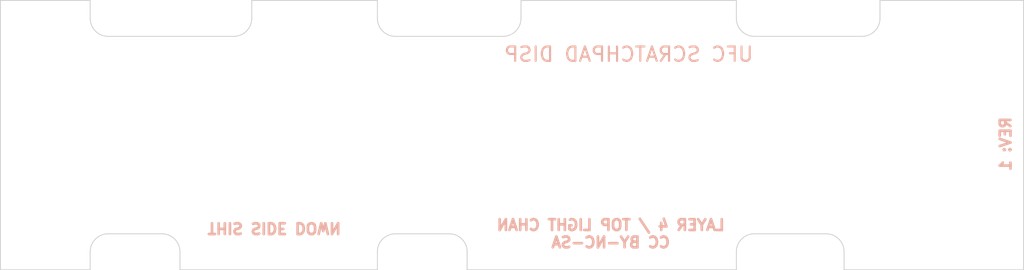
<source format=kicad_pcb>
(kicad_pcb (version 20171130) (host pcbnew "(5.1.4)-1")

  (general
    (thickness 1.6)
    (drawings 46)
    (tracks 0)
    (zones 0)
    (modules 95)
    (nets 1)
  )

  (page A4)
  (layers
    (0 F.Cu signal)
    (31 B.Cu signal)
    (32 B.Adhes user)
    (33 F.Adhes user)
    (34 B.Paste user)
    (35 F.Paste user)
    (36 B.SilkS user)
    (37 F.SilkS user)
    (38 B.Mask user)
    (39 F.Mask user)
    (40 Dwgs.User user)
    (41 Cmts.User user)
    (42 Eco1.User user)
    (43 Eco2.User user)
    (44 Edge.Cuts user)
    (45 Margin user)
    (46 B.CrtYd user)
    (47 F.CrtYd user)
    (48 B.Fab user)
    (49 F.Fab user)
  )

  (setup
    (last_trace_width 0.25)
    (user_trace_width 0.1524)
    (user_trace_width 0.2032)
    (user_trace_width 0.3048)
    (user_trace_width 0.4572)
    (user_trace_width 0.1524)
    (user_trace_width 0.2032)
    (user_trace_width 0.3048)
    (user_trace_width 0.4572)
    (user_trace_width 0.1524)
    (user_trace_width 0.2032)
    (user_trace_width 0.3048)
    (user_trace_width 0.4572)
    (user_trace_width 0.1524)
    (user_trace_width 0.2032)
    (user_trace_width 0.3048)
    (user_trace_width 0.4572)
    (user_trace_width 0.1524)
    (user_trace_width 0.2032)
    (user_trace_width 0.3048)
    (user_trace_width 0.4572)
    (user_trace_width 0.1524)
    (user_trace_width 0.2032)
    (user_trace_width 0.3048)
    (user_trace_width 0.4572)
    (user_trace_width 0.1524)
    (user_trace_width 0.2032)
    (user_trace_width 0.3048)
    (user_trace_width 0.4572)
    (user_trace_width 0.1524)
    (user_trace_width 0.2032)
    (user_trace_width 0.3048)
    (user_trace_width 0.4572)
    (trace_clearance 0.2)
    (zone_clearance 0.508)
    (zone_45_only no)
    (trace_min 0.127)
    (via_size 0.8)
    (via_drill 0.4)
    (via_min_size 0.45)
    (via_min_drill 0.2)
    (user_via 0.45 0.2)
    (user_via 0.45 0.2)
    (user_via 0.45 0.2)
    (user_via 0.45 0.2)
    (user_via 0.45 0.2)
    (user_via 0.45 0.2)
    (user_via 0.45 0.2)
    (user_via 0.45 0.2)
    (uvia_size 0.3)
    (uvia_drill 0.1)
    (uvias_allowed no)
    (uvia_min_size 0.2)
    (uvia_min_drill 0.1)
    (edge_width 0.05)
    (segment_width 0.2)
    (pcb_text_width 0.3)
    (pcb_text_size 1.5 1.5)
    (mod_edge_width 0.12)
    (mod_text_size 1 1)
    (mod_text_width 0.15)
    (pad_size 0.59 0.64)
    (pad_drill 0)
    (pad_to_mask_clearance 0.051)
    (solder_mask_min_width 0.25)
    (aux_axis_origin 147.6375 136.042)
    (grid_origin 147.6375 136.042)
    (visible_elements 7FFFF7DF)
    (pcbplotparams
      (layerselection 0x010fc_ffffffff)
      (usegerberextensions false)
      (usegerberattributes false)
      (usegerberadvancedattributes false)
      (creategerberjobfile false)
      (excludeedgelayer true)
      (linewidth 0.100000)
      (plotframeref false)
      (viasonmask false)
      (mode 1)
      (useauxorigin false)
      (hpglpennumber 1)
      (hpglpenspeed 20)
      (hpglpendiameter 15.000000)
      (psnegative false)
      (psa4output false)
      (plotreference true)
      (plotvalue true)
      (plotinvisibletext false)
      (padsonsilk false)
      (subtractmaskfromsilk false)
      (outputformat 1)
      (mirror false)
      (drillshape 0)
      (scaleselection 1)
      (outputdirectory "gerber"))
  )

  (net 0 "")

  (net_class Default "This is the default net class."
    (clearance 0.2)
    (trace_width 0.25)
    (via_dia 0.8)
    (via_drill 0.4)
    (uvia_dia 0.3)
    (uvia_drill 0.1)
  )

  (module KiCAD_Libraries:OPT_DISP_NPTH_0.6x0.9mmx3 (layer F.Cu) (tedit 5FB81E2A) (tstamp 5FBFA06B)
    (at 202.40925 145.1295 270)
    (path /5FB6DEC2)
    (fp_text reference D35 (at 0 -1.17 90) (layer F.SilkS) hide
      (effects (font (size 1 1) (thickness 0.15)))
    )
    (fp_text value LED (at 0 1.17 90) (layer F.Fab)
      (effects (font (size 1 1) (thickness 0.15)))
    )
    (fp_text user %R (at -0.014 0 90) (layer F.Fab) hide
      (effects (font (size 0.25 0.25) (thickness 0.04)))
    )
    (pad "" np_thru_hole circle (at 0 0 270) (size 0.6 0.6) (drill 0.6) (layers *.Cu *.Mask))
    (pad "" np_thru_hole circle (at -0.9 0 270) (size 0.6 0.6) (drill 0.6) (layers *.Cu *.Mask))
    (pad "" np_thru_hole circle (at 0.9 0 270) (size 0.6 0.6) (drill 0.6) (layers *.Cu *.Mask))
  )

  (module KiCAD_Libraries:OPT_DISP_NPTH_0.6x0.9mmx3 (layer F.Cu) (tedit 5FB81E2A) (tstamp 5FBFA05D)
    (at 198.04325 145.1295 270)
    (path /5FB6DEC2)
    (fp_text reference D35 (at 0 -1.17 90) (layer F.SilkS) hide
      (effects (font (size 1 1) (thickness 0.15)))
    )
    (fp_text value LED (at 0 1.17 90) (layer F.Fab)
      (effects (font (size 1 1) (thickness 0.15)))
    )
    (fp_text user %R (at -0.014 0 90) (layer F.Fab) hide
      (effects (font (size 0.25 0.25) (thickness 0.04)))
    )
    (pad "" np_thru_hole circle (at 0 0 270) (size 0.6 0.6) (drill 0.6) (layers *.Cu *.Mask))
    (pad "" np_thru_hole circle (at -0.9 0 270) (size 0.6 0.6) (drill 0.6) (layers *.Cu *.Mask))
    (pad "" np_thru_hole circle (at 0.9 0 270) (size 0.6 0.6) (drill 0.6) (layers *.Cu *.Mask))
  )

  (module KiCAD_Libraries:OPT_DISP_NPTH_0.6x0.9mmx3 (layer F.Cu) (tedit 5FB81E2A) (tstamp 5FBFA04F)
    (at 193.67725 145.1295 270)
    (path /5FB6DEC2)
    (fp_text reference D35 (at 0 -1.17 90) (layer F.SilkS) hide
      (effects (font (size 1 1) (thickness 0.15)))
    )
    (fp_text value LED (at 0 1.17 90) (layer F.Fab)
      (effects (font (size 1 1) (thickness 0.15)))
    )
    (fp_text user %R (at -0.014 0 90) (layer F.Fab) hide
      (effects (font (size 0.25 0.25) (thickness 0.04)))
    )
    (pad "" np_thru_hole circle (at 0 0 270) (size 0.6 0.6) (drill 0.6) (layers *.Cu *.Mask))
    (pad "" np_thru_hole circle (at -0.9 0 270) (size 0.6 0.6) (drill 0.6) (layers *.Cu *.Mask))
    (pad "" np_thru_hole circle (at 0.9 0 270) (size 0.6 0.6) (drill 0.6) (layers *.Cu *.Mask))
  )

  (module KiCAD_Libraries:OPT_DISP_NPTH_0.6x0.9mmx3 (layer F.Cu) (tedit 5FB81E2A) (tstamp 5FBFA041)
    (at 189.31125 145.1295 270)
    (path /5FB6DEC2)
    (fp_text reference D35 (at 0 -1.17 90) (layer F.SilkS) hide
      (effects (font (size 1 1) (thickness 0.15)))
    )
    (fp_text value LED (at 0 1.17 90) (layer F.Fab)
      (effects (font (size 1 1) (thickness 0.15)))
    )
    (fp_text user %R (at -0.014 0 90) (layer F.Fab) hide
      (effects (font (size 0.25 0.25) (thickness 0.04)))
    )
    (pad "" np_thru_hole circle (at 0 0 270) (size 0.6 0.6) (drill 0.6) (layers *.Cu *.Mask))
    (pad "" np_thru_hole circle (at -0.9 0 270) (size 0.6 0.6) (drill 0.6) (layers *.Cu *.Mask))
    (pad "" np_thru_hole circle (at 0.9 0 270) (size 0.6 0.6) (drill 0.6) (layers *.Cu *.Mask))
  )

  (module KiCAD_Libraries:OPT_DISP_NPTH_0.6x0.9mmx3 (layer F.Cu) (tedit 5FB81E2A) (tstamp 5FBFA033)
    (at 184.94525 145.1295 270)
    (path /5FB6DEC2)
    (fp_text reference D35 (at 0 -1.17 90) (layer F.SilkS) hide
      (effects (font (size 1 1) (thickness 0.15)))
    )
    (fp_text value LED (at 0 1.17 90) (layer F.Fab)
      (effects (font (size 1 1) (thickness 0.15)))
    )
    (fp_text user %R (at -0.014 0 90) (layer F.Fab) hide
      (effects (font (size 0.25 0.25) (thickness 0.04)))
    )
    (pad "" np_thru_hole circle (at 0 0 270) (size 0.6 0.6) (drill 0.6) (layers *.Cu *.Mask))
    (pad "" np_thru_hole circle (at -0.9 0 270) (size 0.6 0.6) (drill 0.6) (layers *.Cu *.Mask))
    (pad "" np_thru_hole circle (at 0.9 0 270) (size 0.6 0.6) (drill 0.6) (layers *.Cu *.Mask))
  )

  (module KiCAD_Libraries:OPT_DISP_NPTH_0.6x0.9mmx3 (layer F.Cu) (tedit 5FB81E2A) (tstamp 5FBFA025)
    (at 180.57925 145.1295 270)
    (path /5FB6DEC2)
    (fp_text reference D35 (at 0 -1.17 90) (layer F.SilkS) hide
      (effects (font (size 1 1) (thickness 0.15)))
    )
    (fp_text value LED (at 0 1.17 90) (layer F.Fab)
      (effects (font (size 1 1) (thickness 0.15)))
    )
    (fp_text user %R (at -0.014 0 90) (layer F.Fab) hide
      (effects (font (size 0.25 0.25) (thickness 0.04)))
    )
    (pad "" np_thru_hole circle (at 0 0 270) (size 0.6 0.6) (drill 0.6) (layers *.Cu *.Mask))
    (pad "" np_thru_hole circle (at -0.9 0 270) (size 0.6 0.6) (drill 0.6) (layers *.Cu *.Mask))
    (pad "" np_thru_hole circle (at 0.9 0 270) (size 0.6 0.6) (drill 0.6) (layers *.Cu *.Mask))
  )

  (module KiCAD_Libraries:OPT_DISP_NPTH_0.6x0.9mmx3 (layer F.Cu) (tedit 5FB81E2A) (tstamp 5FBFA017)
    (at 176.21325 145.1295 270)
    (path /5FB6DEC2)
    (fp_text reference D35 (at 0 -1.17 90) (layer F.SilkS) hide
      (effects (font (size 1 1) (thickness 0.15)))
    )
    (fp_text value LED (at 0 1.17 90) (layer F.Fab)
      (effects (font (size 1 1) (thickness 0.15)))
    )
    (fp_text user %R (at -0.014 0 90) (layer F.Fab) hide
      (effects (font (size 0.25 0.25) (thickness 0.04)))
    )
    (pad "" np_thru_hole circle (at 0 0 270) (size 0.6 0.6) (drill 0.6) (layers *.Cu *.Mask))
    (pad "" np_thru_hole circle (at -0.9 0 270) (size 0.6 0.6) (drill 0.6) (layers *.Cu *.Mask))
    (pad "" np_thru_hole circle (at 0.9 0 270) (size 0.6 0.6) (drill 0.6) (layers *.Cu *.Mask))
  )

  (module KiCAD_Libraries:OPT_DISP_NPTH_0.6x0.9mmx3 (layer F.Cu) (tedit 5FB81E2A) (tstamp 5FBFA009)
    (at 171.84725 145.1295 270)
    (path /5FB6DEC2)
    (fp_text reference D35 (at 0 -1.17 90) (layer F.SilkS) hide
      (effects (font (size 1 1) (thickness 0.15)))
    )
    (fp_text value LED (at 0 1.17 90) (layer F.Fab)
      (effects (font (size 1 1) (thickness 0.15)))
    )
    (fp_text user %R (at -0.014 0 90) (layer F.Fab) hide
      (effects (font (size 0.25 0.25) (thickness 0.04)))
    )
    (pad "" np_thru_hole circle (at 0 0 270) (size 0.6 0.6) (drill 0.6) (layers *.Cu *.Mask))
    (pad "" np_thru_hole circle (at -0.9 0 270) (size 0.6 0.6) (drill 0.6) (layers *.Cu *.Mask))
    (pad "" np_thru_hole circle (at 0.9 0 270) (size 0.6 0.6) (drill 0.6) (layers *.Cu *.Mask))
  )

  (module KiCAD_Libraries:OPT_DISP_NPTH_0.6x0.9mmx3 (layer F.Cu) (tedit 5FB81E2A) (tstamp 5FBF9FF4)
    (at 200.028 141.9545 270)
    (path /5FB6DEE6)
    (fp_text reference D38 (at 0 -1.17 90) (layer F.SilkS) hide
      (effects (font (size 1 1) (thickness 0.15)))
    )
    (fp_text value LED (at 0 1.17 90) (layer F.Fab)
      (effects (font (size 1 1) (thickness 0.15)))
    )
    (fp_text user %R (at 0 0 90) (layer F.Fab) hide
      (effects (font (size 0.25 0.25) (thickness 0.04)))
    )
    (pad "" np_thru_hole circle (at 0 0 270) (size 0.6 0.6) (drill 0.6) (layers *.Cu *.Mask))
    (pad "" np_thru_hole circle (at -0.9 0 270) (size 0.6 0.6) (drill 0.6) (layers *.Cu *.Mask))
    (pad "" np_thru_hole circle (at 0.9 0 270) (size 0.6 0.6) (drill 0.6) (layers *.Cu *.Mask))
  )

  (module KiCAD_Libraries:OPT_DISP_NPTH_0.6x0.9mmx3 (layer F.Cu) (tedit 5FB81E2A) (tstamp 5FBF9FE6)
    (at 195.662 141.9545 270)
    (path /5FB6DEE6)
    (fp_text reference D38 (at 0 -1.17 90) (layer F.SilkS) hide
      (effects (font (size 1 1) (thickness 0.15)))
    )
    (fp_text value LED (at 0 1.17 90) (layer F.Fab)
      (effects (font (size 1 1) (thickness 0.15)))
    )
    (fp_text user %R (at 0 0 90) (layer F.Fab) hide
      (effects (font (size 0.25 0.25) (thickness 0.04)))
    )
    (pad "" np_thru_hole circle (at 0 0 270) (size 0.6 0.6) (drill 0.6) (layers *.Cu *.Mask))
    (pad "" np_thru_hole circle (at -0.9 0 270) (size 0.6 0.6) (drill 0.6) (layers *.Cu *.Mask))
    (pad "" np_thru_hole circle (at 0.9 0 270) (size 0.6 0.6) (drill 0.6) (layers *.Cu *.Mask))
  )

  (module KiCAD_Libraries:OPT_DISP_NPTH_0.6x0.9mmx3 (layer F.Cu) (tedit 5FB81E2A) (tstamp 5FBF9FD8)
    (at 191.296 141.9545 270)
    (path /5FB6DEE6)
    (fp_text reference D38 (at 0 -1.17 90) (layer F.SilkS) hide
      (effects (font (size 1 1) (thickness 0.15)))
    )
    (fp_text value LED (at 0 1.17 90) (layer F.Fab)
      (effects (font (size 1 1) (thickness 0.15)))
    )
    (fp_text user %R (at 0 0 90) (layer F.Fab) hide
      (effects (font (size 0.25 0.25) (thickness 0.04)))
    )
    (pad "" np_thru_hole circle (at 0 0 270) (size 0.6 0.6) (drill 0.6) (layers *.Cu *.Mask))
    (pad "" np_thru_hole circle (at -0.9 0 270) (size 0.6 0.6) (drill 0.6) (layers *.Cu *.Mask))
    (pad "" np_thru_hole circle (at 0.9 0 270) (size 0.6 0.6) (drill 0.6) (layers *.Cu *.Mask))
  )

  (module KiCAD_Libraries:OPT_DISP_NPTH_0.6x0.9mmx3 (layer F.Cu) (tedit 5FB81E2A) (tstamp 5FBF9FCA)
    (at 186.93 141.9545 270)
    (path /5FB6DEE6)
    (fp_text reference D38 (at 0 -1.17 90) (layer F.SilkS) hide
      (effects (font (size 1 1) (thickness 0.15)))
    )
    (fp_text value LED (at 0 1.17 90) (layer F.Fab)
      (effects (font (size 1 1) (thickness 0.15)))
    )
    (fp_text user %R (at 0 0 90) (layer F.Fab) hide
      (effects (font (size 0.25 0.25) (thickness 0.04)))
    )
    (pad "" np_thru_hole circle (at 0 0 270) (size 0.6 0.6) (drill 0.6) (layers *.Cu *.Mask))
    (pad "" np_thru_hole circle (at -0.9 0 270) (size 0.6 0.6) (drill 0.6) (layers *.Cu *.Mask))
    (pad "" np_thru_hole circle (at 0.9 0 270) (size 0.6 0.6) (drill 0.6) (layers *.Cu *.Mask))
  )

  (module KiCAD_Libraries:OPT_DISP_NPTH_0.6x0.9mmx3 (layer F.Cu) (tedit 5FB81E2A) (tstamp 5FBF9FBC)
    (at 182.564 141.9545 270)
    (path /5FB6DEE6)
    (fp_text reference D38 (at 0 -1.17 90) (layer F.SilkS) hide
      (effects (font (size 1 1) (thickness 0.15)))
    )
    (fp_text value LED (at 0 1.17 90) (layer F.Fab)
      (effects (font (size 1 1) (thickness 0.15)))
    )
    (fp_text user %R (at 0 0 90) (layer F.Fab) hide
      (effects (font (size 0.25 0.25) (thickness 0.04)))
    )
    (pad "" np_thru_hole circle (at 0 0 270) (size 0.6 0.6) (drill 0.6) (layers *.Cu *.Mask))
    (pad "" np_thru_hole circle (at -0.9 0 270) (size 0.6 0.6) (drill 0.6) (layers *.Cu *.Mask))
    (pad "" np_thru_hole circle (at 0.9 0 270) (size 0.6 0.6) (drill 0.6) (layers *.Cu *.Mask))
  )

  (module KiCAD_Libraries:OPT_DISP_NPTH_0.6x0.9mmx3 (layer F.Cu) (tedit 5FB81E2A) (tstamp 5FBF9FAE)
    (at 178.198 141.9545 270)
    (path /5FB6DEE6)
    (fp_text reference D38 (at 0 -1.17 90) (layer F.SilkS) hide
      (effects (font (size 1 1) (thickness 0.15)))
    )
    (fp_text value LED (at 0 1.17 90) (layer F.Fab)
      (effects (font (size 1 1) (thickness 0.15)))
    )
    (fp_text user %R (at 0 0 90) (layer F.Fab) hide
      (effects (font (size 0.25 0.25) (thickness 0.04)))
    )
    (pad "" np_thru_hole circle (at 0 0 270) (size 0.6 0.6) (drill 0.6) (layers *.Cu *.Mask))
    (pad "" np_thru_hole circle (at -0.9 0 270) (size 0.6 0.6) (drill 0.6) (layers *.Cu *.Mask))
    (pad "" np_thru_hole circle (at 0.9 0 270) (size 0.6 0.6) (drill 0.6) (layers *.Cu *.Mask))
  )

  (module KiCAD_Libraries:OPT_DISP_NPTH_0.6x0.9mmx3 (layer F.Cu) (tedit 5FB81E2A) (tstamp 5FBF9FA0)
    (at 173.832 141.9545 270)
    (path /5FB6DEE6)
    (fp_text reference D38 (at 0 -1.17 90) (layer F.SilkS) hide
      (effects (font (size 1 1) (thickness 0.15)))
    )
    (fp_text value LED (at 0 1.17 90) (layer F.Fab)
      (effects (font (size 1 1) (thickness 0.15)))
    )
    (fp_text user %R (at 0 0 90) (layer F.Fab) hide
      (effects (font (size 0.25 0.25) (thickness 0.04)))
    )
    (pad "" np_thru_hole circle (at 0 0 270) (size 0.6 0.6) (drill 0.6) (layers *.Cu *.Mask))
    (pad "" np_thru_hole circle (at -0.9 0 270) (size 0.6 0.6) (drill 0.6) (layers *.Cu *.Mask))
    (pad "" np_thru_hole circle (at 0.9 0 270) (size 0.6 0.6) (drill 0.6) (layers *.Cu *.Mask))
  )

  (module KiCAD_Libraries:OPT_DISP_NPTH_0.6x0.9mmx3 (layer F.Cu) (tedit 5FB81E2A) (tstamp 5FBF9F92)
    (at 169.466 141.9545 270)
    (path /5FB6DEE6)
    (fp_text reference D38 (at 0 -1.17 90) (layer F.SilkS) hide
      (effects (font (size 1 1) (thickness 0.15)))
    )
    (fp_text value LED (at 0 1.17 90) (layer F.Fab)
      (effects (font (size 1 1) (thickness 0.15)))
    )
    (fp_text user %R (at 0 0 90) (layer F.Fab) hide
      (effects (font (size 0.25 0.25) (thickness 0.04)))
    )
    (pad "" np_thru_hole circle (at 0 0 270) (size 0.6 0.6) (drill 0.6) (layers *.Cu *.Mask))
    (pad "" np_thru_hole circle (at -0.9 0 270) (size 0.6 0.6) (drill 0.6) (layers *.Cu *.Mask))
    (pad "" np_thru_hole circle (at 0.9 0 270) (size 0.6 0.6) (drill 0.6) (layers *.Cu *.Mask))
  )

  (module KiCAD_Libraries:OPT_DISP_NPTH_0.6x0.9mmx3 (layer F.Cu) (tedit 5FB81E2A) (tstamp 5FBF9F7D)
    (at 201.218625 143.542 180)
    (path /5FB6DEF2)
    (fp_text reference D39 (at 0 -1.17) (layer F.SilkS) hide
      (effects (font (size 1 1) (thickness 0.15)))
    )
    (fp_text value LED (at 0 1.17) (layer F.Fab)
      (effects (font (size 1 1) (thickness 0.15)))
    )
    (fp_text user %R (at 0 0) (layer F.Fab) hide
      (effects (font (size 0.25 0.25) (thickness 0.04)))
    )
    (pad "" np_thru_hole circle (at 0 0 180) (size 0.6 0.6) (drill 0.6) (layers *.Cu *.Mask))
    (pad "" np_thru_hole circle (at -0.9 0 180) (size 0.6 0.6) (drill 0.6) (layers *.Cu *.Mask))
    (pad "" np_thru_hole circle (at 0.9 0 180) (size 0.6 0.6) (drill 0.6) (layers *.Cu *.Mask))
  )

  (module KiCAD_Libraries:OPT_DISP_NPTH_0.6x0.9mmx3 (layer F.Cu) (tedit 5FB81E2A) (tstamp 5FBF9F6F)
    (at 196.852625 143.542 180)
    (path /5FB6DEF2)
    (fp_text reference D39 (at 0 -1.17) (layer F.SilkS) hide
      (effects (font (size 1 1) (thickness 0.15)))
    )
    (fp_text value LED (at 0 1.17) (layer F.Fab)
      (effects (font (size 1 1) (thickness 0.15)))
    )
    (fp_text user %R (at 0 0) (layer F.Fab) hide
      (effects (font (size 0.25 0.25) (thickness 0.04)))
    )
    (pad "" np_thru_hole circle (at 0 0 180) (size 0.6 0.6) (drill 0.6) (layers *.Cu *.Mask))
    (pad "" np_thru_hole circle (at -0.9 0 180) (size 0.6 0.6) (drill 0.6) (layers *.Cu *.Mask))
    (pad "" np_thru_hole circle (at 0.9 0 180) (size 0.6 0.6) (drill 0.6) (layers *.Cu *.Mask))
  )

  (module KiCAD_Libraries:OPT_DISP_NPTH_0.6x0.9mmx3 (layer F.Cu) (tedit 5FB81E2A) (tstamp 5FBF9F61)
    (at 192.486625 143.542 180)
    (path /5FB6DEF2)
    (fp_text reference D39 (at 0 -1.17) (layer F.SilkS) hide
      (effects (font (size 1 1) (thickness 0.15)))
    )
    (fp_text value LED (at 0 1.17) (layer F.Fab)
      (effects (font (size 1 1) (thickness 0.15)))
    )
    (fp_text user %R (at 0 0) (layer F.Fab) hide
      (effects (font (size 0.25 0.25) (thickness 0.04)))
    )
    (pad "" np_thru_hole circle (at 0 0 180) (size 0.6 0.6) (drill 0.6) (layers *.Cu *.Mask))
    (pad "" np_thru_hole circle (at -0.9 0 180) (size 0.6 0.6) (drill 0.6) (layers *.Cu *.Mask))
    (pad "" np_thru_hole circle (at 0.9 0 180) (size 0.6 0.6) (drill 0.6) (layers *.Cu *.Mask))
  )

  (module KiCAD_Libraries:OPT_DISP_NPTH_0.6x0.9mmx3 (layer F.Cu) (tedit 5FB81E2A) (tstamp 5FBF9F53)
    (at 188.120625 143.542 180)
    (path /5FB6DEF2)
    (fp_text reference D39 (at 0 -1.17) (layer F.SilkS) hide
      (effects (font (size 1 1) (thickness 0.15)))
    )
    (fp_text value LED (at 0 1.17) (layer F.Fab)
      (effects (font (size 1 1) (thickness 0.15)))
    )
    (fp_text user %R (at 0 0) (layer F.Fab) hide
      (effects (font (size 0.25 0.25) (thickness 0.04)))
    )
    (pad "" np_thru_hole circle (at 0 0 180) (size 0.6 0.6) (drill 0.6) (layers *.Cu *.Mask))
    (pad "" np_thru_hole circle (at -0.9 0 180) (size 0.6 0.6) (drill 0.6) (layers *.Cu *.Mask))
    (pad "" np_thru_hole circle (at 0.9 0 180) (size 0.6 0.6) (drill 0.6) (layers *.Cu *.Mask))
  )

  (module KiCAD_Libraries:OPT_DISP_NPTH_0.6x0.9mmx3 (layer F.Cu) (tedit 5FB81E2A) (tstamp 5FBF9F45)
    (at 183.754625 143.542 180)
    (path /5FB6DEF2)
    (fp_text reference D39 (at 0 -1.17) (layer F.SilkS) hide
      (effects (font (size 1 1) (thickness 0.15)))
    )
    (fp_text value LED (at 0 1.17) (layer F.Fab)
      (effects (font (size 1 1) (thickness 0.15)))
    )
    (fp_text user %R (at 0 0) (layer F.Fab) hide
      (effects (font (size 0.25 0.25) (thickness 0.04)))
    )
    (pad "" np_thru_hole circle (at 0 0 180) (size 0.6 0.6) (drill 0.6) (layers *.Cu *.Mask))
    (pad "" np_thru_hole circle (at -0.9 0 180) (size 0.6 0.6) (drill 0.6) (layers *.Cu *.Mask))
    (pad "" np_thru_hole circle (at 0.9 0 180) (size 0.6 0.6) (drill 0.6) (layers *.Cu *.Mask))
  )

  (module KiCAD_Libraries:OPT_DISP_NPTH_0.6x0.9mmx3 (layer F.Cu) (tedit 5FB81E2A) (tstamp 5FBF9F37)
    (at 179.388625 143.542 180)
    (path /5FB6DEF2)
    (fp_text reference D39 (at 0 -1.17) (layer F.SilkS) hide
      (effects (font (size 1 1) (thickness 0.15)))
    )
    (fp_text value LED (at 0 1.17) (layer F.Fab)
      (effects (font (size 1 1) (thickness 0.15)))
    )
    (fp_text user %R (at 0 0) (layer F.Fab) hide
      (effects (font (size 0.25 0.25) (thickness 0.04)))
    )
    (pad "" np_thru_hole circle (at 0 0 180) (size 0.6 0.6) (drill 0.6) (layers *.Cu *.Mask))
    (pad "" np_thru_hole circle (at -0.9 0 180) (size 0.6 0.6) (drill 0.6) (layers *.Cu *.Mask))
    (pad "" np_thru_hole circle (at 0.9 0 180) (size 0.6 0.6) (drill 0.6) (layers *.Cu *.Mask))
  )

  (module KiCAD_Libraries:OPT_DISP_NPTH_0.6x0.9mmx3 (layer F.Cu) (tedit 5FB81E2A) (tstamp 5FBF9F29)
    (at 175.022625 143.542 180)
    (path /5FB6DEF2)
    (fp_text reference D39 (at 0 -1.17) (layer F.SilkS) hide
      (effects (font (size 1 1) (thickness 0.15)))
    )
    (fp_text value LED (at 0 1.17) (layer F.Fab)
      (effects (font (size 1 1) (thickness 0.15)))
    )
    (fp_text user %R (at 0 0) (layer F.Fab) hide
      (effects (font (size 0.25 0.25) (thickness 0.04)))
    )
    (pad "" np_thru_hole circle (at 0 0 180) (size 0.6 0.6) (drill 0.6) (layers *.Cu *.Mask))
    (pad "" np_thru_hole circle (at -0.9 0 180) (size 0.6 0.6) (drill 0.6) (layers *.Cu *.Mask))
    (pad "" np_thru_hole circle (at 0.9 0 180) (size 0.6 0.6) (drill 0.6) (layers *.Cu *.Mask))
  )

  (module KiCAD_Libraries:OPT_DISP_NPTH_0.6x0.9mmx3 (layer F.Cu) (tedit 5FB81E2A) (tstamp 5FBF9F1B)
    (at 170.656625 143.542 180)
    (path /5FB6DEF2)
    (fp_text reference D39 (at 0 -1.17) (layer F.SilkS) hide
      (effects (font (size 1 1) (thickness 0.15)))
    )
    (fp_text value LED (at 0 1.17) (layer F.Fab)
      (effects (font (size 1 1) (thickness 0.15)))
    )
    (fp_text user %R (at 0 0) (layer F.Fab) hide
      (effects (font (size 0.25 0.25) (thickness 0.04)))
    )
    (pad "" np_thru_hole circle (at 0 0 180) (size 0.6 0.6) (drill 0.6) (layers *.Cu *.Mask))
    (pad "" np_thru_hole circle (at -0.9 0 180) (size 0.6 0.6) (drill 0.6) (layers *.Cu *.Mask))
    (pad "" np_thru_hole circle (at 0.9 0 180) (size 0.6 0.6) (drill 0.6) (layers *.Cu *.Mask))
  )

  (module KiCAD_Libraries:OPT_DISP_NPTH_0.6x0.9mmx3 (layer F.Cu) (tedit 5FB81E2A) (tstamp 5FBF9F06)
    (at 202.40925 141.9545 270)
    (path /5FB6DEB6)
    (fp_text reference D34 (at 0 -1.17 90) (layer F.SilkS) hide
      (effects (font (size 1 1) (thickness 0.15)))
    )
    (fp_text value LED (at 0 1.17 90) (layer F.Fab)
      (effects (font (size 1 1) (thickness 0.15)))
    )
    (fp_text user %R (at 0 0 90) (layer F.Fab) hide
      (effects (font (size 0.25 0.25) (thickness 0.04)))
    )
    (pad "" np_thru_hole circle (at 0 0 270) (size 0.6 0.6) (drill 0.6) (layers *.Cu *.Mask))
    (pad "" np_thru_hole circle (at -0.9 0 270) (size 0.6 0.6) (drill 0.6) (layers *.Cu *.Mask))
    (pad "" np_thru_hole circle (at 0.9 0 270) (size 0.6 0.6) (drill 0.6) (layers *.Cu *.Mask))
  )

  (module KiCAD_Libraries:OPT_DISP_NPTH_0.6x0.9mmx3 (layer F.Cu) (tedit 5FB81E2A) (tstamp 5FBF9EF8)
    (at 198.04325 141.9545 270)
    (path /5FB6DEB6)
    (fp_text reference D34 (at 0 -1.17 90) (layer F.SilkS) hide
      (effects (font (size 1 1) (thickness 0.15)))
    )
    (fp_text value LED (at 0 1.17 90) (layer F.Fab)
      (effects (font (size 1 1) (thickness 0.15)))
    )
    (fp_text user %R (at 0 0 90) (layer F.Fab) hide
      (effects (font (size 0.25 0.25) (thickness 0.04)))
    )
    (pad "" np_thru_hole circle (at 0 0 270) (size 0.6 0.6) (drill 0.6) (layers *.Cu *.Mask))
    (pad "" np_thru_hole circle (at -0.9 0 270) (size 0.6 0.6) (drill 0.6) (layers *.Cu *.Mask))
    (pad "" np_thru_hole circle (at 0.9 0 270) (size 0.6 0.6) (drill 0.6) (layers *.Cu *.Mask))
  )

  (module KiCAD_Libraries:OPT_DISP_NPTH_0.6x0.9mmx3 (layer F.Cu) (tedit 5FB81E2A) (tstamp 5FBF9EEA)
    (at 193.67725 141.9545 270)
    (path /5FB6DEB6)
    (fp_text reference D34 (at 0 -1.17 90) (layer F.SilkS) hide
      (effects (font (size 1 1) (thickness 0.15)))
    )
    (fp_text value LED (at 0 1.17 90) (layer F.Fab)
      (effects (font (size 1 1) (thickness 0.15)))
    )
    (fp_text user %R (at 0 0 90) (layer F.Fab) hide
      (effects (font (size 0.25 0.25) (thickness 0.04)))
    )
    (pad "" np_thru_hole circle (at 0 0 270) (size 0.6 0.6) (drill 0.6) (layers *.Cu *.Mask))
    (pad "" np_thru_hole circle (at -0.9 0 270) (size 0.6 0.6) (drill 0.6) (layers *.Cu *.Mask))
    (pad "" np_thru_hole circle (at 0.9 0 270) (size 0.6 0.6) (drill 0.6) (layers *.Cu *.Mask))
  )

  (module KiCAD_Libraries:OPT_DISP_NPTH_0.6x0.9mmx3 (layer F.Cu) (tedit 5FB81E2A) (tstamp 5FBF9EDC)
    (at 189.31125 141.9545 270)
    (path /5FB6DEB6)
    (fp_text reference D34 (at 0 -1.17 90) (layer F.SilkS) hide
      (effects (font (size 1 1) (thickness 0.15)))
    )
    (fp_text value LED (at 0 1.17 90) (layer F.Fab)
      (effects (font (size 1 1) (thickness 0.15)))
    )
    (fp_text user %R (at 0 0 90) (layer F.Fab) hide
      (effects (font (size 0.25 0.25) (thickness 0.04)))
    )
    (pad "" np_thru_hole circle (at 0 0 270) (size 0.6 0.6) (drill 0.6) (layers *.Cu *.Mask))
    (pad "" np_thru_hole circle (at -0.9 0 270) (size 0.6 0.6) (drill 0.6) (layers *.Cu *.Mask))
    (pad "" np_thru_hole circle (at 0.9 0 270) (size 0.6 0.6) (drill 0.6) (layers *.Cu *.Mask))
  )

  (module KiCAD_Libraries:OPT_DISP_NPTH_0.6x0.9mmx3 (layer F.Cu) (tedit 5FB81E2A) (tstamp 5FBF9ECE)
    (at 184.94525 141.9545 270)
    (path /5FB6DEB6)
    (fp_text reference D34 (at 0 -1.17 90) (layer F.SilkS) hide
      (effects (font (size 1 1) (thickness 0.15)))
    )
    (fp_text value LED (at 0 1.17 90) (layer F.Fab)
      (effects (font (size 1 1) (thickness 0.15)))
    )
    (fp_text user %R (at 0 0 90) (layer F.Fab) hide
      (effects (font (size 0.25 0.25) (thickness 0.04)))
    )
    (pad "" np_thru_hole circle (at 0 0 270) (size 0.6 0.6) (drill 0.6) (layers *.Cu *.Mask))
    (pad "" np_thru_hole circle (at -0.9 0 270) (size 0.6 0.6) (drill 0.6) (layers *.Cu *.Mask))
    (pad "" np_thru_hole circle (at 0.9 0 270) (size 0.6 0.6) (drill 0.6) (layers *.Cu *.Mask))
  )

  (module KiCAD_Libraries:OPT_DISP_NPTH_0.6x0.9mmx3 (layer F.Cu) (tedit 5FB81E2A) (tstamp 5FBF9EC0)
    (at 180.57925 141.9545 270)
    (path /5FB6DEB6)
    (fp_text reference D34 (at 0 -1.17 90) (layer F.SilkS) hide
      (effects (font (size 1 1) (thickness 0.15)))
    )
    (fp_text value LED (at 0 1.17 90) (layer F.Fab)
      (effects (font (size 1 1) (thickness 0.15)))
    )
    (fp_text user %R (at 0 0 90) (layer F.Fab) hide
      (effects (font (size 0.25 0.25) (thickness 0.04)))
    )
    (pad "" np_thru_hole circle (at 0 0 270) (size 0.6 0.6) (drill 0.6) (layers *.Cu *.Mask))
    (pad "" np_thru_hole circle (at -0.9 0 270) (size 0.6 0.6) (drill 0.6) (layers *.Cu *.Mask))
    (pad "" np_thru_hole circle (at 0.9 0 270) (size 0.6 0.6) (drill 0.6) (layers *.Cu *.Mask))
  )

  (module KiCAD_Libraries:OPT_DISP_NPTH_0.6x0.9mmx3 (layer F.Cu) (tedit 5FB81E2A) (tstamp 5FBF9EB2)
    (at 176.21325 141.9545 270)
    (path /5FB6DEB6)
    (fp_text reference D34 (at 0 -1.17 90) (layer F.SilkS) hide
      (effects (font (size 1 1) (thickness 0.15)))
    )
    (fp_text value LED (at 0 1.17 90) (layer F.Fab)
      (effects (font (size 1 1) (thickness 0.15)))
    )
    (fp_text user %R (at 0 0 90) (layer F.Fab) hide
      (effects (font (size 0.25 0.25) (thickness 0.04)))
    )
    (pad "" np_thru_hole circle (at 0 0 270) (size 0.6 0.6) (drill 0.6) (layers *.Cu *.Mask))
    (pad "" np_thru_hole circle (at -0.9 0 270) (size 0.6 0.6) (drill 0.6) (layers *.Cu *.Mask))
    (pad "" np_thru_hole circle (at 0.9 0 270) (size 0.6 0.6) (drill 0.6) (layers *.Cu *.Mask))
  )

  (module KiCAD_Libraries:OPT_DISP_NPTH_0.6x0.9mmx3 (layer F.Cu) (tedit 5FB81E2A) (tstamp 5FBF9EA4)
    (at 171.84725 141.9545 270)
    (path /5FB6DEB6)
    (fp_text reference D34 (at 0 -1.17 90) (layer F.SilkS) hide
      (effects (font (size 1 1) (thickness 0.15)))
    )
    (fp_text value LED (at 0 1.17 90) (layer F.Fab)
      (effects (font (size 1 1) (thickness 0.15)))
    )
    (fp_text user %R (at 0 0 90) (layer F.Fab) hide
      (effects (font (size 0.25 0.25) (thickness 0.04)))
    )
    (pad "" np_thru_hole circle (at 0 0 270) (size 0.6 0.6) (drill 0.6) (layers *.Cu *.Mask))
    (pad "" np_thru_hole circle (at -0.9 0 270) (size 0.6 0.6) (drill 0.6) (layers *.Cu *.Mask))
    (pad "" np_thru_hole circle (at 0.9 0 270) (size 0.6 0.6) (drill 0.6) (layers *.Cu *.Mask))
  )

  (module KiCAD_Libraries:OPT_DISP_NPTH_0.6x0.9mmx3 (layer F.Cu) (tedit 5FB81E2A) (tstamp 5FBF9E8F)
    (at 201.218625 146.717)
    (path /5FB6DECE)
    (fp_text reference D36 (at 0 -1.17) (layer F.SilkS) hide
      (effects (font (size 1 1) (thickness 0.15)))
    )
    (fp_text value LED (at 0 1.17) (layer F.Fab)
      (effects (font (size 1 1) (thickness 0.15)))
    )
    (fp_text user %R (at 0 0) (layer F.Fab) hide
      (effects (font (size 0.25 0.25) (thickness 0.04)))
    )
    (pad "" np_thru_hole circle (at 0 0) (size 0.6 0.6) (drill 0.6) (layers *.Cu *.Mask))
    (pad "" np_thru_hole circle (at -0.9 0) (size 0.6 0.6) (drill 0.6) (layers *.Cu *.Mask))
    (pad "" np_thru_hole circle (at 0.9 0) (size 0.6 0.6) (drill 0.6) (layers *.Cu *.Mask))
  )

  (module KiCAD_Libraries:OPT_DISP_NPTH_0.6x0.9mmx3 (layer F.Cu) (tedit 5FB81E2A) (tstamp 5FBF9E81)
    (at 196.852625 146.717)
    (path /5FB6DECE)
    (fp_text reference D36 (at 0 -1.17) (layer F.SilkS) hide
      (effects (font (size 1 1) (thickness 0.15)))
    )
    (fp_text value LED (at 0 1.17) (layer F.Fab)
      (effects (font (size 1 1) (thickness 0.15)))
    )
    (fp_text user %R (at 0 0) (layer F.Fab) hide
      (effects (font (size 0.25 0.25) (thickness 0.04)))
    )
    (pad "" np_thru_hole circle (at 0 0) (size 0.6 0.6) (drill 0.6) (layers *.Cu *.Mask))
    (pad "" np_thru_hole circle (at -0.9 0) (size 0.6 0.6) (drill 0.6) (layers *.Cu *.Mask))
    (pad "" np_thru_hole circle (at 0.9 0) (size 0.6 0.6) (drill 0.6) (layers *.Cu *.Mask))
  )

  (module KiCAD_Libraries:OPT_DISP_NPTH_0.6x0.9mmx3 (layer F.Cu) (tedit 5FB81E2A) (tstamp 5FBF9E73)
    (at 192.486625 146.717)
    (path /5FB6DECE)
    (fp_text reference D36 (at 0 -1.17) (layer F.SilkS) hide
      (effects (font (size 1 1) (thickness 0.15)))
    )
    (fp_text value LED (at 0 1.17) (layer F.Fab)
      (effects (font (size 1 1) (thickness 0.15)))
    )
    (fp_text user %R (at 0 0) (layer F.Fab) hide
      (effects (font (size 0.25 0.25) (thickness 0.04)))
    )
    (pad "" np_thru_hole circle (at 0 0) (size 0.6 0.6) (drill 0.6) (layers *.Cu *.Mask))
    (pad "" np_thru_hole circle (at -0.9 0) (size 0.6 0.6) (drill 0.6) (layers *.Cu *.Mask))
    (pad "" np_thru_hole circle (at 0.9 0) (size 0.6 0.6) (drill 0.6) (layers *.Cu *.Mask))
  )

  (module KiCAD_Libraries:OPT_DISP_NPTH_0.6x0.9mmx3 (layer F.Cu) (tedit 5FB81E2A) (tstamp 5FBF9E65)
    (at 188.120625 146.717)
    (path /5FB6DECE)
    (fp_text reference D36 (at 0 -1.17) (layer F.SilkS) hide
      (effects (font (size 1 1) (thickness 0.15)))
    )
    (fp_text value LED (at 0 1.17) (layer F.Fab)
      (effects (font (size 1 1) (thickness 0.15)))
    )
    (fp_text user %R (at 0 0) (layer F.Fab) hide
      (effects (font (size 0.25 0.25) (thickness 0.04)))
    )
    (pad "" np_thru_hole circle (at 0 0) (size 0.6 0.6) (drill 0.6) (layers *.Cu *.Mask))
    (pad "" np_thru_hole circle (at -0.9 0) (size 0.6 0.6) (drill 0.6) (layers *.Cu *.Mask))
    (pad "" np_thru_hole circle (at 0.9 0) (size 0.6 0.6) (drill 0.6) (layers *.Cu *.Mask))
  )

  (module KiCAD_Libraries:OPT_DISP_NPTH_0.6x0.9mmx3 (layer F.Cu) (tedit 5FB81E2A) (tstamp 5FBF9E57)
    (at 183.754625 146.717)
    (path /5FB6DECE)
    (fp_text reference D36 (at 0 -1.17) (layer F.SilkS) hide
      (effects (font (size 1 1) (thickness 0.15)))
    )
    (fp_text value LED (at 0 1.17) (layer F.Fab)
      (effects (font (size 1 1) (thickness 0.15)))
    )
    (fp_text user %R (at 0 0) (layer F.Fab) hide
      (effects (font (size 0.25 0.25) (thickness 0.04)))
    )
    (pad "" np_thru_hole circle (at 0 0) (size 0.6 0.6) (drill 0.6) (layers *.Cu *.Mask))
    (pad "" np_thru_hole circle (at -0.9 0) (size 0.6 0.6) (drill 0.6) (layers *.Cu *.Mask))
    (pad "" np_thru_hole circle (at 0.9 0) (size 0.6 0.6) (drill 0.6) (layers *.Cu *.Mask))
  )

  (module KiCAD_Libraries:OPT_DISP_NPTH_0.6x0.9mmx3 (layer F.Cu) (tedit 5FB81E2A) (tstamp 5FBF9E49)
    (at 179.388625 146.717)
    (path /5FB6DECE)
    (fp_text reference D36 (at 0 -1.17) (layer F.SilkS) hide
      (effects (font (size 1 1) (thickness 0.15)))
    )
    (fp_text value LED (at 0 1.17) (layer F.Fab)
      (effects (font (size 1 1) (thickness 0.15)))
    )
    (fp_text user %R (at 0 0) (layer F.Fab) hide
      (effects (font (size 0.25 0.25) (thickness 0.04)))
    )
    (pad "" np_thru_hole circle (at 0 0) (size 0.6 0.6) (drill 0.6) (layers *.Cu *.Mask))
    (pad "" np_thru_hole circle (at -0.9 0) (size 0.6 0.6) (drill 0.6) (layers *.Cu *.Mask))
    (pad "" np_thru_hole circle (at 0.9 0) (size 0.6 0.6) (drill 0.6) (layers *.Cu *.Mask))
  )

  (module KiCAD_Libraries:OPT_DISP_NPTH_0.6x0.9mmx3 (layer F.Cu) (tedit 5FB81E2A) (tstamp 5FBF9E3B)
    (at 175.022625 146.717)
    (path /5FB6DECE)
    (fp_text reference D36 (at 0 -1.17) (layer F.SilkS) hide
      (effects (font (size 1 1) (thickness 0.15)))
    )
    (fp_text value LED (at 0 1.17) (layer F.Fab)
      (effects (font (size 1 1) (thickness 0.15)))
    )
    (fp_text user %R (at 0 0) (layer F.Fab) hide
      (effects (font (size 0.25 0.25) (thickness 0.04)))
    )
    (pad "" np_thru_hole circle (at 0 0) (size 0.6 0.6) (drill 0.6) (layers *.Cu *.Mask))
    (pad "" np_thru_hole circle (at -0.9 0) (size 0.6 0.6) (drill 0.6) (layers *.Cu *.Mask))
    (pad "" np_thru_hole circle (at 0.9 0) (size 0.6 0.6) (drill 0.6) (layers *.Cu *.Mask))
  )

  (module KiCAD_Libraries:OPT_DISP_NPTH_0.6x0.9mmx3 (layer F.Cu) (tedit 5FB81E2A) (tstamp 5FBF9E2D)
    (at 170.656625 146.717)
    (path /5FB6DECE)
    (fp_text reference D36 (at 0 -1.17) (layer F.SilkS) hide
      (effects (font (size 1 1) (thickness 0.15)))
    )
    (fp_text value LED (at 0 1.17) (layer F.Fab)
      (effects (font (size 1 1) (thickness 0.15)))
    )
    (fp_text user %R (at 0 0) (layer F.Fab) hide
      (effects (font (size 0.25 0.25) (thickness 0.04)))
    )
    (pad "" np_thru_hole circle (at 0 0) (size 0.6 0.6) (drill 0.6) (layers *.Cu *.Mask))
    (pad "" np_thru_hole circle (at -0.9 0) (size 0.6 0.6) (drill 0.6) (layers *.Cu *.Mask))
    (pad "" np_thru_hole circle (at 0.9 0) (size 0.6 0.6) (drill 0.6) (layers *.Cu *.Mask))
  )

  (module KiCAD_Libraries:OPT_DISP_NPTH_0.6x0.9mmx3 (layer F.Cu) (tedit 5FB81E2A) (tstamp 5FBF9E18)
    (at 200.028 145.1295 270)
    (path /5FB6DEDA)
    (fp_text reference D37 (at 0 -1.17 90) (layer F.SilkS) hide
      (effects (font (size 1 1) (thickness 0.15)))
    )
    (fp_text value LED (at 0 1.17 90) (layer F.Fab)
      (effects (font (size 1 1) (thickness 0.15)))
    )
    (fp_text user %R (at 0 0 90) (layer F.Fab) hide
      (effects (font (size 0.25 0.25) (thickness 0.04)))
    )
    (pad "" np_thru_hole circle (at 0 0 270) (size 0.6 0.6) (drill 0.6) (layers *.Cu *.Mask))
    (pad "" np_thru_hole circle (at -0.9 0 270) (size 0.6 0.6) (drill 0.6) (layers *.Cu *.Mask))
    (pad "" np_thru_hole circle (at 0.9 0 270) (size 0.6 0.6) (drill 0.6) (layers *.Cu *.Mask))
  )

  (module KiCAD_Libraries:OPT_DISP_NPTH_0.6x0.9mmx3 (layer F.Cu) (tedit 5FB81E2A) (tstamp 5FBF9E0A)
    (at 195.662 145.1295 270)
    (path /5FB6DEDA)
    (fp_text reference D37 (at 0 -1.17 90) (layer F.SilkS) hide
      (effects (font (size 1 1) (thickness 0.15)))
    )
    (fp_text value LED (at 0 1.17 90) (layer F.Fab)
      (effects (font (size 1 1) (thickness 0.15)))
    )
    (fp_text user %R (at 0 0 90) (layer F.Fab) hide
      (effects (font (size 0.25 0.25) (thickness 0.04)))
    )
    (pad "" np_thru_hole circle (at 0 0 270) (size 0.6 0.6) (drill 0.6) (layers *.Cu *.Mask))
    (pad "" np_thru_hole circle (at -0.9 0 270) (size 0.6 0.6) (drill 0.6) (layers *.Cu *.Mask))
    (pad "" np_thru_hole circle (at 0.9 0 270) (size 0.6 0.6) (drill 0.6) (layers *.Cu *.Mask))
  )

  (module KiCAD_Libraries:OPT_DISP_NPTH_0.6x0.9mmx3 (layer F.Cu) (tedit 5FB81E2A) (tstamp 5FBF9DFC)
    (at 191.296 145.1295 270)
    (path /5FB6DEDA)
    (fp_text reference D37 (at 0 -1.17 90) (layer F.SilkS) hide
      (effects (font (size 1 1) (thickness 0.15)))
    )
    (fp_text value LED (at 0 1.17 90) (layer F.Fab)
      (effects (font (size 1 1) (thickness 0.15)))
    )
    (fp_text user %R (at 0 0 90) (layer F.Fab) hide
      (effects (font (size 0.25 0.25) (thickness 0.04)))
    )
    (pad "" np_thru_hole circle (at 0 0 270) (size 0.6 0.6) (drill 0.6) (layers *.Cu *.Mask))
    (pad "" np_thru_hole circle (at -0.9 0 270) (size 0.6 0.6) (drill 0.6) (layers *.Cu *.Mask))
    (pad "" np_thru_hole circle (at 0.9 0 270) (size 0.6 0.6) (drill 0.6) (layers *.Cu *.Mask))
  )

  (module KiCAD_Libraries:OPT_DISP_NPTH_0.6x0.9mmx3 (layer F.Cu) (tedit 5FB81E2A) (tstamp 5FBF9DEE)
    (at 186.93 145.1295 270)
    (path /5FB6DEDA)
    (fp_text reference D37 (at 0 -1.17 90) (layer F.SilkS) hide
      (effects (font (size 1 1) (thickness 0.15)))
    )
    (fp_text value LED (at 0 1.17 90) (layer F.Fab)
      (effects (font (size 1 1) (thickness 0.15)))
    )
    (fp_text user %R (at 0 0 90) (layer F.Fab) hide
      (effects (font (size 0.25 0.25) (thickness 0.04)))
    )
    (pad "" np_thru_hole circle (at 0 0 270) (size 0.6 0.6) (drill 0.6) (layers *.Cu *.Mask))
    (pad "" np_thru_hole circle (at -0.9 0 270) (size 0.6 0.6) (drill 0.6) (layers *.Cu *.Mask))
    (pad "" np_thru_hole circle (at 0.9 0 270) (size 0.6 0.6) (drill 0.6) (layers *.Cu *.Mask))
  )

  (module KiCAD_Libraries:OPT_DISP_NPTH_0.6x0.9mmx3 (layer F.Cu) (tedit 5FB81E2A) (tstamp 5FBF9DE0)
    (at 182.564 145.1295 270)
    (path /5FB6DEDA)
    (fp_text reference D37 (at 0 -1.17 90) (layer F.SilkS) hide
      (effects (font (size 1 1) (thickness 0.15)))
    )
    (fp_text value LED (at 0 1.17 90) (layer F.Fab)
      (effects (font (size 1 1) (thickness 0.15)))
    )
    (fp_text user %R (at 0 0 90) (layer F.Fab) hide
      (effects (font (size 0.25 0.25) (thickness 0.04)))
    )
    (pad "" np_thru_hole circle (at 0 0 270) (size 0.6 0.6) (drill 0.6) (layers *.Cu *.Mask))
    (pad "" np_thru_hole circle (at -0.9 0 270) (size 0.6 0.6) (drill 0.6) (layers *.Cu *.Mask))
    (pad "" np_thru_hole circle (at 0.9 0 270) (size 0.6 0.6) (drill 0.6) (layers *.Cu *.Mask))
  )

  (module KiCAD_Libraries:OPT_DISP_NPTH_0.6x0.9mmx3 (layer F.Cu) (tedit 5FB81E2A) (tstamp 5FBF9DD2)
    (at 178.198 145.1295 270)
    (path /5FB6DEDA)
    (fp_text reference D37 (at 0 -1.17 90) (layer F.SilkS) hide
      (effects (font (size 1 1) (thickness 0.15)))
    )
    (fp_text value LED (at 0 1.17 90) (layer F.Fab)
      (effects (font (size 1 1) (thickness 0.15)))
    )
    (fp_text user %R (at 0 0 90) (layer F.Fab) hide
      (effects (font (size 0.25 0.25) (thickness 0.04)))
    )
    (pad "" np_thru_hole circle (at 0 0 270) (size 0.6 0.6) (drill 0.6) (layers *.Cu *.Mask))
    (pad "" np_thru_hole circle (at -0.9 0 270) (size 0.6 0.6) (drill 0.6) (layers *.Cu *.Mask))
    (pad "" np_thru_hole circle (at 0.9 0 270) (size 0.6 0.6) (drill 0.6) (layers *.Cu *.Mask))
  )

  (module KiCAD_Libraries:OPT_DISP_NPTH_0.6x0.9mmx3 (layer F.Cu) (tedit 5FB81E2A) (tstamp 5FBF9DC4)
    (at 173.832 145.1295 270)
    (path /5FB6DEDA)
    (fp_text reference D37 (at 0 -1.17 90) (layer F.SilkS) hide
      (effects (font (size 1 1) (thickness 0.15)))
    )
    (fp_text value LED (at 0 1.17 90) (layer F.Fab)
      (effects (font (size 1 1) (thickness 0.15)))
    )
    (fp_text user %R (at 0 0 90) (layer F.Fab) hide
      (effects (font (size 0.25 0.25) (thickness 0.04)))
    )
    (pad "" np_thru_hole circle (at 0 0 270) (size 0.6 0.6) (drill 0.6) (layers *.Cu *.Mask))
    (pad "" np_thru_hole circle (at -0.9 0 270) (size 0.6 0.6) (drill 0.6) (layers *.Cu *.Mask))
    (pad "" np_thru_hole circle (at 0.9 0 270) (size 0.6 0.6) (drill 0.6) (layers *.Cu *.Mask))
  )

  (module KiCAD_Libraries:OPT_DISP_NPTH_0.6x0.9mmx3 (layer F.Cu) (tedit 5FB81E2A) (tstamp 5FBF9DB6)
    (at 169.466 145.1295 270)
    (path /5FB6DEDA)
    (fp_text reference D37 (at 0 -1.17 90) (layer F.SilkS) hide
      (effects (font (size 1 1) (thickness 0.15)))
    )
    (fp_text value LED (at 0 1.17 90) (layer F.Fab)
      (effects (font (size 1 1) (thickness 0.15)))
    )
    (fp_text user %R (at 0 0 90) (layer F.Fab) hide
      (effects (font (size 0.25 0.25) (thickness 0.04)))
    )
    (pad "" np_thru_hole circle (at 0 0 270) (size 0.6 0.6) (drill 0.6) (layers *.Cu *.Mask))
    (pad "" np_thru_hole circle (at -0.9 0 270) (size 0.6 0.6) (drill 0.6) (layers *.Cu *.Mask))
    (pad "" np_thru_hole circle (at 0.9 0 270) (size 0.6 0.6) (drill 0.6) (layers *.Cu *.Mask))
  )

  (module KiCAD_Libraries:OPT_DISP_NPTH_0.6x0.9mmx3 (layer F.Cu) (tedit 5FB81E2A) (tstamp 5FBF9DA1)
    (at 201.218625 140.367)
    (path /5FB6DEAA)
    (fp_text reference D33 (at 0 -1.17) (layer F.SilkS) hide
      (effects (font (size 1 1) (thickness 0.15)))
    )
    (fp_text value LED (at 0 1.17) (layer F.Fab)
      (effects (font (size 1 1) (thickness 0.15)))
    )
    (fp_text user %R (at 0 0) (layer F.Fab) hide
      (effects (font (size 0.25 0.25) (thickness 0.04)))
    )
    (pad "" np_thru_hole circle (at 0 0) (size 0.6 0.6) (drill 0.6) (layers *.Cu *.Mask))
    (pad "" np_thru_hole circle (at -0.9 0) (size 0.6 0.6) (drill 0.6) (layers *.Cu *.Mask))
    (pad "" np_thru_hole circle (at 0.9 0) (size 0.6 0.6) (drill 0.6) (layers *.Cu *.Mask))
  )

  (module KiCAD_Libraries:OPT_DISP_NPTH_0.6x0.9mmx3 (layer F.Cu) (tedit 5FB81E2A) (tstamp 5FBF9D93)
    (at 196.852625 140.367)
    (path /5FB6DEAA)
    (fp_text reference D33 (at 0 -1.17) (layer F.SilkS) hide
      (effects (font (size 1 1) (thickness 0.15)))
    )
    (fp_text value LED (at 0 1.17) (layer F.Fab)
      (effects (font (size 1 1) (thickness 0.15)))
    )
    (fp_text user %R (at 0 0) (layer F.Fab) hide
      (effects (font (size 0.25 0.25) (thickness 0.04)))
    )
    (pad "" np_thru_hole circle (at 0 0) (size 0.6 0.6) (drill 0.6) (layers *.Cu *.Mask))
    (pad "" np_thru_hole circle (at -0.9 0) (size 0.6 0.6) (drill 0.6) (layers *.Cu *.Mask))
    (pad "" np_thru_hole circle (at 0.9 0) (size 0.6 0.6) (drill 0.6) (layers *.Cu *.Mask))
  )

  (module KiCAD_Libraries:OPT_DISP_NPTH_0.6x0.9mmx3 (layer F.Cu) (tedit 5FB81E2A) (tstamp 5FBF9D85)
    (at 192.486625 140.367)
    (path /5FB6DEAA)
    (fp_text reference D33 (at 0 -1.17) (layer F.SilkS) hide
      (effects (font (size 1 1) (thickness 0.15)))
    )
    (fp_text value LED (at 0 1.17) (layer F.Fab)
      (effects (font (size 1 1) (thickness 0.15)))
    )
    (fp_text user %R (at 0 0) (layer F.Fab) hide
      (effects (font (size 0.25 0.25) (thickness 0.04)))
    )
    (pad "" np_thru_hole circle (at 0 0) (size 0.6 0.6) (drill 0.6) (layers *.Cu *.Mask))
    (pad "" np_thru_hole circle (at -0.9 0) (size 0.6 0.6) (drill 0.6) (layers *.Cu *.Mask))
    (pad "" np_thru_hole circle (at 0.9 0) (size 0.6 0.6) (drill 0.6) (layers *.Cu *.Mask))
  )

  (module KiCAD_Libraries:OPT_DISP_NPTH_0.6x0.9mmx3 (layer F.Cu) (tedit 5FB81E2A) (tstamp 5FBF9D77)
    (at 188.120625 140.367)
    (path /5FB6DEAA)
    (fp_text reference D33 (at 0 -1.17) (layer F.SilkS) hide
      (effects (font (size 1 1) (thickness 0.15)))
    )
    (fp_text value LED (at 0 1.17) (layer F.Fab)
      (effects (font (size 1 1) (thickness 0.15)))
    )
    (fp_text user %R (at 0 0) (layer F.Fab) hide
      (effects (font (size 0.25 0.25) (thickness 0.04)))
    )
    (pad "" np_thru_hole circle (at 0 0) (size 0.6 0.6) (drill 0.6) (layers *.Cu *.Mask))
    (pad "" np_thru_hole circle (at -0.9 0) (size 0.6 0.6) (drill 0.6) (layers *.Cu *.Mask))
    (pad "" np_thru_hole circle (at 0.9 0) (size 0.6 0.6) (drill 0.6) (layers *.Cu *.Mask))
  )

  (module KiCAD_Libraries:OPT_DISP_NPTH_0.6x0.9mmx3 (layer F.Cu) (tedit 5FB81E2A) (tstamp 5FBF9D69)
    (at 183.754625 140.367)
    (path /5FB6DEAA)
    (fp_text reference D33 (at 0 -1.17) (layer F.SilkS) hide
      (effects (font (size 1 1) (thickness 0.15)))
    )
    (fp_text value LED (at 0 1.17) (layer F.Fab)
      (effects (font (size 1 1) (thickness 0.15)))
    )
    (fp_text user %R (at 0 0) (layer F.Fab) hide
      (effects (font (size 0.25 0.25) (thickness 0.04)))
    )
    (pad "" np_thru_hole circle (at 0 0) (size 0.6 0.6) (drill 0.6) (layers *.Cu *.Mask))
    (pad "" np_thru_hole circle (at -0.9 0) (size 0.6 0.6) (drill 0.6) (layers *.Cu *.Mask))
    (pad "" np_thru_hole circle (at 0.9 0) (size 0.6 0.6) (drill 0.6) (layers *.Cu *.Mask))
  )

  (module KiCAD_Libraries:OPT_DISP_NPTH_0.6x0.9mmx3 (layer F.Cu) (tedit 5FB81E2A) (tstamp 5FBF9D5B)
    (at 179.388625 140.367)
    (path /5FB6DEAA)
    (fp_text reference D33 (at 0 -1.17) (layer F.SilkS) hide
      (effects (font (size 1 1) (thickness 0.15)))
    )
    (fp_text value LED (at 0 1.17) (layer F.Fab)
      (effects (font (size 1 1) (thickness 0.15)))
    )
    (fp_text user %R (at 0 0) (layer F.Fab) hide
      (effects (font (size 0.25 0.25) (thickness 0.04)))
    )
    (pad "" np_thru_hole circle (at 0 0) (size 0.6 0.6) (drill 0.6) (layers *.Cu *.Mask))
    (pad "" np_thru_hole circle (at -0.9 0) (size 0.6 0.6) (drill 0.6) (layers *.Cu *.Mask))
    (pad "" np_thru_hole circle (at 0.9 0) (size 0.6 0.6) (drill 0.6) (layers *.Cu *.Mask))
  )

  (module KiCAD_Libraries:OPT_DISP_NPTH_0.6x0.9mmx3 (layer F.Cu) (tedit 5FB81E2A) (tstamp 5FBF9D4D)
    (at 175.022625 140.367)
    (path /5FB6DEAA)
    (fp_text reference D33 (at 0 -1.17) (layer F.SilkS) hide
      (effects (font (size 1 1) (thickness 0.15)))
    )
    (fp_text value LED (at 0 1.17) (layer F.Fab)
      (effects (font (size 1 1) (thickness 0.15)))
    )
    (fp_text user %R (at 0 0) (layer F.Fab) hide
      (effects (font (size 0.25 0.25) (thickness 0.04)))
    )
    (pad "" np_thru_hole circle (at 0 0) (size 0.6 0.6) (drill 0.6) (layers *.Cu *.Mask))
    (pad "" np_thru_hole circle (at -0.9 0) (size 0.6 0.6) (drill 0.6) (layers *.Cu *.Mask))
    (pad "" np_thru_hole circle (at 0.9 0) (size 0.6 0.6) (drill 0.6) (layers *.Cu *.Mask))
  )

  (module KiCAD_Libraries:OPT_DISP_NPTH_0.6x0.9mmx3 (layer F.Cu) (tedit 5FB81E2A) (tstamp 5FBF9D3F)
    (at 170.656625 140.367)
    (path /5FB6DEAA)
    (fp_text reference D33 (at 0 -1.17) (layer F.SilkS) hide
      (effects (font (size 1 1) (thickness 0.15)))
    )
    (fp_text value LED (at 0 1.17) (layer F.Fab)
      (effects (font (size 1 1) (thickness 0.15)))
    )
    (fp_text user %R (at 0 0) (layer F.Fab) hide
      (effects (font (size 0.25 0.25) (thickness 0.04)))
    )
    (pad "" np_thru_hole circle (at 0 0) (size 0.6 0.6) (drill 0.6) (layers *.Cu *.Mask))
    (pad "" np_thru_hole circle (at -0.9 0) (size 0.6 0.6) (drill 0.6) (layers *.Cu *.Mask))
    (pad "" np_thru_hole circle (at 0.9 0) (size 0.6 0.6) (drill 0.6) (layers *.Cu *.Mask))
  )

  (module KiCAD_Libraries:OPT_DISP_NPTH_0.6x0.9mmx3 (layer F.Cu) (tedit 5FB81E2A) (tstamp 5FBF2DAD)
    (at 166.290625 146.717)
    (path /5FB6DECE)
    (fp_text reference D36 (at 0 -1.17) (layer F.SilkS) hide
      (effects (font (size 1 1) (thickness 0.15)))
    )
    (fp_text value LED (at 0 1.17) (layer F.Fab)
      (effects (font (size 1 1) (thickness 0.15)))
    )
    (fp_text user %R (at 0 0) (layer F.Fab) hide
      (effects (font (size 0.25 0.25) (thickness 0.04)))
    )
    (pad "" np_thru_hole circle (at 0.9 0) (size 0.6 0.6) (drill 0.6) (layers *.Cu *.Mask))
    (pad "" np_thru_hole circle (at -0.9 0) (size 0.6 0.6) (drill 0.6) (layers *.Cu *.Mask))
    (pad "" np_thru_hole circle (at 0 0) (size 0.6 0.6) (drill 0.6) (layers *.Cu *.Mask))
  )

  (module KiCAD_Libraries:OPT_DISP_NPTH_0.6x0.9mmx3 (layer F.Cu) (tedit 5FB81E2A) (tstamp 5FBF3374)
    (at 165.1 145.1295 270)
    (path /5FB6DEDA)
    (fp_text reference D37 (at 0 -1.17 90) (layer F.SilkS) hide
      (effects (font (size 1 1) (thickness 0.15)))
    )
    (fp_text value LED (at 0 1.17 90) (layer F.Fab)
      (effects (font (size 1 1) (thickness 0.15)))
    )
    (fp_text user %R (at 0 0 90) (layer F.Fab) hide
      (effects (font (size 0.25 0.25) (thickness 0.04)))
    )
    (pad "" np_thru_hole circle (at 0.9 0 270) (size 0.6 0.6) (drill 0.6) (layers *.Cu *.Mask))
    (pad "" np_thru_hole circle (at -0.9 0 270) (size 0.6 0.6) (drill 0.6) (layers *.Cu *.Mask))
    (pad "" np_thru_hole circle (at 0 0 270) (size 0.6 0.6) (drill 0.6) (layers *.Cu *.Mask))
  )

  (module KiCAD_Libraries:OPT_DISP_NPTH_0.6x0.9mmx3 (layer F.Cu) (tedit 5FB81E2A) (tstamp 5FBF3330)
    (at 167.48125 145.1295 270)
    (path /5FB6DEC2)
    (fp_text reference D35 (at 0 -1.17 90) (layer F.SilkS) hide
      (effects (font (size 1 1) (thickness 0.15)))
    )
    (fp_text value LED (at 0 1.17 90) (layer F.Fab)
      (effects (font (size 1 1) (thickness 0.15)))
    )
    (fp_text user %R (at -0.014 0 90) (layer F.Fab) hide
      (effects (font (size 0.25 0.25) (thickness 0.04)))
    )
    (pad "" np_thru_hole circle (at 0.9 0 270) (size 0.6 0.6) (drill 0.6) (layers *.Cu *.Mask))
    (pad "" np_thru_hole circle (at -0.9 0 270) (size 0.6 0.6) (drill 0.6) (layers *.Cu *.Mask))
    (pad "" np_thru_hole circle (at 0 0 270) (size 0.6 0.6) (drill 0.6) (layers *.Cu *.Mask))
  )

  (module KiCAD_Libraries:OPT_DISP_NPTH_0.6x0.9mmx3 (layer F.Cu) (tedit 5FB81E2A) (tstamp 5FBF330E)
    (at 165.1 141.9545 270)
    (path /5FB6DEE6)
    (fp_text reference D38 (at 0 -1.17 90) (layer F.SilkS) hide
      (effects (font (size 1 1) (thickness 0.15)))
    )
    (fp_text value LED (at 0 1.17 90) (layer F.Fab)
      (effects (font (size 1 1) (thickness 0.15)))
    )
    (fp_text user %R (at 0 0 90) (layer F.Fab) hide
      (effects (font (size 0.25 0.25) (thickness 0.04)))
    )
    (pad "" np_thru_hole circle (at 0.9 0 270) (size 0.6 0.6) (drill 0.6) (layers *.Cu *.Mask))
    (pad "" np_thru_hole circle (at -0.9 0 270) (size 0.6 0.6) (drill 0.6) (layers *.Cu *.Mask))
    (pad "" np_thru_hole circle (at 0 0 270) (size 0.6 0.6) (drill 0.6) (layers *.Cu *.Mask))
  )

  (module KiCAD_Libraries:OPT_DISP_NPTH_0.6x0.9mmx3 (layer F.Cu) (tedit 5FB81E2A) (tstamp 5FBF3253)
    (at 166.290625 143.542 180)
    (path /5FB6DEF2)
    (fp_text reference D39 (at 0 -1.17) (layer F.SilkS) hide
      (effects (font (size 1 1) (thickness 0.15)))
    )
    (fp_text value LED (at 0 1.17) (layer F.Fab)
      (effects (font (size 1 1) (thickness 0.15)))
    )
    (fp_text user %R (at 0 0) (layer F.Fab) hide
      (effects (font (size 0.25 0.25) (thickness 0.04)))
    )
    (pad "" np_thru_hole circle (at 0.9 0 180) (size 0.6 0.6) (drill 0.6) (layers *.Cu *.Mask))
    (pad "" np_thru_hole circle (at -0.9 0 180) (size 0.6 0.6) (drill 0.6) (layers *.Cu *.Mask))
    (pad "" np_thru_hole circle (at 0 0 180) (size 0.6 0.6) (drill 0.6) (layers *.Cu *.Mask))
  )

  (module KiCAD_Libraries:OPT_DISP_NPTH_0.6x0.9mmx3 (layer F.Cu) (tedit 5FB81E2A) (tstamp 5FBF3352)
    (at 167.48125 141.9545 270)
    (path /5FB6DEB6)
    (fp_text reference D34 (at 0 -1.17 90) (layer F.SilkS) hide
      (effects (font (size 1 1) (thickness 0.15)))
    )
    (fp_text value LED (at 0 1.17 90) (layer F.Fab)
      (effects (font (size 1 1) (thickness 0.15)))
    )
    (fp_text user %R (at 0 0 90) (layer F.Fab) hide
      (effects (font (size 0.25 0.25) (thickness 0.04)))
    )
    (pad "" np_thru_hole circle (at 0.9 0 270) (size 0.6 0.6) (drill 0.6) (layers *.Cu *.Mask))
    (pad "" np_thru_hole circle (at -0.9 0 270) (size 0.6 0.6) (drill 0.6) (layers *.Cu *.Mask))
    (pad "" np_thru_hole circle (at 0 0 270) (size 0.6 0.6) (drill 0.6) (layers *.Cu *.Mask))
  )

  (module KiCAD_Libraries:OPT_DISP_NPTH_0.6x0.9mmx3 (layer F.Cu) (tedit 5FB81E2A) (tstamp 5FBFA0E2)
    (at 166.290625 140.367)
    (path /5FB6DEAA)
    (fp_text reference D33 (at 0 -1.17) (layer F.SilkS) hide
      (effects (font (size 1 1) (thickness 0.15)))
    )
    (fp_text value LED (at 0 1.17) (layer F.Fab)
      (effects (font (size 1 1) (thickness 0.15)))
    )
    (fp_text user %R (at 0 0) (layer F.Fab) hide
      (effects (font (size 0.25 0.25) (thickness 0.04)))
    )
    (pad "" np_thru_hole circle (at 0.9 0) (size 0.6 0.6) (drill 0.6) (layers *.Cu *.Mask))
    (pad "" np_thru_hole circle (at -0.9 0) (size 0.6 0.6) (drill 0.6) (layers *.Cu *.Mask))
    (pad "" np_thru_hole circle (at 0 0) (size 0.6 0.6) (drill 0.6) (layers *.Cu *.Mask))
  )

  (module KiCAD_Libraries:OPT_DISP_NPTH_0.6x0.9mmx3 (layer F.Cu) (tedit 5FB81E2A) (tstamp 5FBF3CC6)
    (at 161.9065 141.952 45)
    (path /5FB5EA24)
    (fp_text reference D11 (at 0 -1.17 45) (layer F.SilkS) hide
      (effects (font (size 1 1) (thickness 0.15)))
    )
    (fp_text value LED (at 0 1.17 45) (layer F.Fab)
      (effects (font (size 1 1) (thickness 0.15)))
    )
    (fp_text user %R (at 0 0 45) (layer F.Fab)
      (effects (font (size 0.25 0.25) (thickness 0.04)))
    )
    (pad "" np_thru_hole circle (at 0 0 45) (size 0.6 0.6) (drill 0.6) (layers *.Cu *.Mask))
    (pad "" np_thru_hole circle (at -0.9 0 45) (size 0.6 0.6) (drill 0.6) (layers *.Cu *.Mask))
    (pad "" np_thru_hole circle (at 0.9 0 45) (size 0.6 0.6) (drill 0.6) (layers *.Cu *.Mask))
  )

  (module KiCAD_Libraries:OPT_DISP_NPTH_0.6x0.9mmx3 (layer F.Cu) (tedit 5FB81E2A) (tstamp 5FBF3CBF)
    (at 157.144 141.952 270)
    (path /5FB59324)
    (fp_text reference D1 (at 0 -1.17 90) (layer F.SilkS) hide
      (effects (font (size 1 1) (thickness 0.15)))
    )
    (fp_text value LED (at 0 1.17 90) (layer F.Fab)
      (effects (font (size 1 1) (thickness 0.15)))
    )
    (fp_text user %R (at 0 0 90) (layer F.Fab)
      (effects (font (size 0.25 0.25) (thickness 0.04)))
    )
    (pad "" np_thru_hole circle (at 0 0 270) (size 0.6 0.6) (drill 0.6) (layers *.Cu *.Mask))
    (pad "" np_thru_hole circle (at -0.9 0 270) (size 0.6 0.6) (drill 0.6) (layers *.Cu *.Mask))
    (pad "" np_thru_hole circle (at 0.9 0 270) (size 0.6 0.6) (drill 0.6) (layers *.Cu *.Mask))
  )

  (module KiCAD_Libraries:OPT_DISP_NPTH_0.6x0.9mmx3 (layer F.Cu) (tedit 5FB81E2A) (tstamp 5FBF3CB8)
    (at 161.9065 145.127 315)
    (path /5FB5EA3C)
    (fp_text reference D13 (at 0 -1.17 135) (layer F.SilkS) hide
      (effects (font (size 1 1) (thickness 0.15)))
    )
    (fp_text value LED (at 0 1.17 135) (layer F.Fab)
      (effects (font (size 1 1) (thickness 0.15)))
    )
    (fp_text user %R (at 0 0 135) (layer F.Fab)
      (effects (font (size 0.25 0.25) (thickness 0.04)))
    )
    (pad "" np_thru_hole circle (at 0 0 315) (size 0.6 0.6) (drill 0.6) (layers *.Cu *.Mask))
    (pad "" np_thru_hole circle (at -0.9 0 315) (size 0.6 0.6) (drill 0.6) (layers *.Cu *.Mask))
    (pad "" np_thru_hole circle (at 0.9 0 315) (size 0.6 0.6) (drill 0.6) (layers *.Cu *.Mask))
  )

  (module KiCAD_Libraries:OPT_DISP_NPTH_0.6x0.9mmx3 (layer F.Cu) (tedit 5FB81E2A) (tstamp 5FBF3CB1)
    (at 160.319 145.127 90)
    (path /5FB5EA0C)
    (fp_text reference D9 (at 0 -1.17 90) (layer F.SilkS) hide
      (effects (font (size 1 1) (thickness 0.15)))
    )
    (fp_text value LED (at 0 1.17 90) (layer F.Fab)
      (effects (font (size 1 1) (thickness 0.15)))
    )
    (fp_text user %R (at 0 0 90) (layer F.Fab)
      (effects (font (size 0.25 0.25) (thickness 0.04)))
    )
    (pad "" np_thru_hole circle (at 0 0 90) (size 0.6 0.6) (drill 0.6) (layers *.Cu *.Mask))
    (pad "" np_thru_hole circle (at -0.9 0 90) (size 0.6 0.6) (drill 0.6) (layers *.Cu *.Mask))
    (pad "" np_thru_hole circle (at 0.9 0 90) (size 0.6 0.6) (drill 0.6) (layers *.Cu *.Mask))
  )

  (module KiCAD_Libraries:OPT_DISP_NPTH_0.6x0.9mmx3 (layer F.Cu) (tedit 5FB81E2A) (tstamp 5FBF3CAA)
    (at 158.7315 146.7145)
    (path /5FB5BEFE)
    (fp_text reference D7 (at 0 -1.17) (layer F.SilkS) hide
      (effects (font (size 1 1) (thickness 0.15)))
    )
    (fp_text value LED (at 0 1.17) (layer F.Fab)
      (effects (font (size 1 1) (thickness 0.15)))
    )
    (fp_text user %R (at 0 0) (layer F.Fab)
      (effects (font (size 0.25 0.25) (thickness 0.04)))
    )
    (pad "" np_thru_hole circle (at 0 0) (size 0.6 0.6) (drill 0.6) (layers *.Cu *.Mask))
    (pad "" np_thru_hole circle (at -0.9 0) (size 0.6 0.6) (drill 0.6) (layers *.Cu *.Mask))
    (pad "" np_thru_hole circle (at 0.9 0) (size 0.6 0.6) (drill 0.6) (layers *.Cu *.Mask))
  )

  (module KiCAD_Libraries:OPT_DISP_NPTH_0.6x0.9mmx3 (layer F.Cu) (tedit 5FB81E2A) (tstamp 5FBF3CA3)
    (at 163.494 141.952 270)
    (path /5FB5EA54)
    (fp_text reference D15 (at 0 -1.17 90) (layer F.SilkS) hide
      (effects (font (size 1 1) (thickness 0.15)))
    )
    (fp_text value LED (at 0 1.17 90) (layer F.Fab)
      (effects (font (size 1 1) (thickness 0.15)))
    )
    (fp_text user %R (at 0 0 90) (layer F.Fab)
      (effects (font (size 0.25 0.25) (thickness 0.04)))
    )
    (pad "" np_thru_hole circle (at 0 0 270) (size 0.6 0.6) (drill 0.6) (layers *.Cu *.Mask))
    (pad "" np_thru_hole circle (at -0.9 0 270) (size 0.6 0.6) (drill 0.6) (layers *.Cu *.Mask))
    (pad "" np_thru_hole circle (at 0.9 0 270) (size 0.6 0.6) (drill 0.6) (layers *.Cu *.Mask))
  )

  (module KiCAD_Libraries:OPT_DISP_NPTH_0.6x0.9mmx3 (layer F.Cu) (tedit 5FB81E2A) (tstamp 5FBF3C9C)
    (at 161.9065 146.7145)
    (path /5FB5EA48)
    (fp_text reference D14 (at 0 -1.17) (layer F.SilkS) hide
      (effects (font (size 1 1) (thickness 0.15)))
    )
    (fp_text value LED (at 0 1.17) (layer F.Fab)
      (effects (font (size 1 1) (thickness 0.15)))
    )
    (fp_text user %R (at 0 0) (layer F.Fab)
      (effects (font (size 0.25 0.25) (thickness 0.04)))
    )
    (pad "" np_thru_hole circle (at 0 0) (size 0.6 0.6) (drill 0.6) (layers *.Cu *.Mask))
    (pad "" np_thru_hole circle (at -0.9 0) (size 0.6 0.6) (drill 0.6) (layers *.Cu *.Mask))
    (pad "" np_thru_hole circle (at 0.9 0) (size 0.6 0.6) (drill 0.6) (layers *.Cu *.Mask))
  )

  (module KiCAD_Libraries:OPT_DISP_NPTH_0.6x0.9mmx3 (layer F.Cu) (tedit 5FB81E2A) (tstamp 5FBF3C95)
    (at 158.7315 145.127 45)
    (path /5FB5BEF2)
    (fp_text reference D6 (at 0 -1.17 45) (layer F.SilkS) hide
      (effects (font (size 1 1) (thickness 0.15)))
    )
    (fp_text value LED (at 0 1.17 45) (layer F.Fab)
      (effects (font (size 1 1) (thickness 0.15)))
    )
    (fp_text user %R (at 0 0 45) (layer F.Fab)
      (effects (font (size 0.25 0.25) (thickness 0.04)))
    )
    (pad "" np_thru_hole circle (at 0 0 45) (size 0.6 0.6) (drill 0.6) (layers *.Cu *.Mask))
    (pad "" np_thru_hole circle (at -0.9 0 45) (size 0.6 0.6) (drill 0.6) (layers *.Cu *.Mask))
    (pad "" np_thru_hole circle (at 0.9 0 45) (size 0.6 0.6) (drill 0.6) (layers *.Cu *.Mask))
  )

  (module KiCAD_Libraries:OPT_DISP_NPTH_0.6x0.9mmx3 (layer F.Cu) (tedit 5FB81E2A) (tstamp 5FBF3C8E)
    (at 163.494 145.127 90)
    (path /5FB5EA60)
    (fp_text reference D16 (at 0 -1.17 90) (layer F.SilkS) hide
      (effects (font (size 1 1) (thickness 0.15)))
    )
    (fp_text value LED (at 0 1.17 90) (layer F.Fab)
      (effects (font (size 1 1) (thickness 0.15)))
    )
    (fp_text user %R (at 0 0 90) (layer F.Fab)
      (effects (font (size 0.25 0.25) (thickness 0.04)))
    )
    (pad "" np_thru_hole circle (at 0 0 90) (size 0.6 0.6) (drill 0.6) (layers *.Cu *.Mask))
    (pad "" np_thru_hole circle (at -0.9 0 90) (size 0.6 0.6) (drill 0.6) (layers *.Cu *.Mask))
    (pad "" np_thru_hole circle (at 0.9 0 90) (size 0.6 0.6) (drill 0.6) (layers *.Cu *.Mask))
  )

  (module KiCAD_Libraries:OPT_DISP_NPTH_0.6x0.9mmx3 (layer F.Cu) (tedit 5FB81E2A) (tstamp 5FBF3C87)
    (at 160.319 141.952 270)
    (path /5FB5BF0A)
    (fp_text reference D8 (at 0 -1.17 90) (layer F.SilkS) hide
      (effects (font (size 1 1) (thickness 0.15)))
    )
    (fp_text value LED (at 0 1.17 90) (layer F.Fab)
      (effects (font (size 1 1) (thickness 0.15)))
    )
    (fp_text user %R (at 0 0 90) (layer F.Fab)
      (effects (font (size 0.25 0.25) (thickness 0.04)))
    )
    (pad "" np_thru_hole circle (at 0 0 270) (size 0.6 0.6) (drill 0.6) (layers *.Cu *.Mask))
    (pad "" np_thru_hole circle (at -0.9 0 270) (size 0.6 0.6) (drill 0.6) (layers *.Cu *.Mask))
    (pad "" np_thru_hole circle (at 0.9 0 270) (size 0.6 0.6) (drill 0.6) (layers *.Cu *.Mask))
  )

  (module KiCAD_Libraries:OPT_DISP_NPTH_0.6x0.9mmx3 (layer F.Cu) (tedit 5FB81E2A) (tstamp 5FBF3C80)
    (at 161.9065 143.5395)
    (path /5FB5EA30)
    (fp_text reference D12 (at 0 -1.17) (layer F.SilkS) hide
      (effects (font (size 1 1) (thickness 0.15)))
    )
    (fp_text value LED (at 0 1.17) (layer F.Fab)
      (effects (font (size 1 1) (thickness 0.15)))
    )
    (fp_text user %R (at 0 0) (layer F.Fab)
      (effects (font (size 0.25 0.25) (thickness 0.04)))
    )
    (pad "" np_thru_hole circle (at 0 0) (size 0.6 0.6) (drill 0.6) (layers *.Cu *.Mask))
    (pad "" np_thru_hole circle (at -0.9 0) (size 0.6 0.6) (drill 0.6) (layers *.Cu *.Mask))
    (pad "" np_thru_hole circle (at 0.9 0) (size 0.6 0.6) (drill 0.6) (layers *.Cu *.Mask))
  )

  (module KiCAD_Libraries:OPT_DISP_NPTH_0.6x0.9mmx3 (layer F.Cu) (tedit 5FB81E2A) (tstamp 5FBF3C79)
    (at 157.144 145.127 90)
    (path /5FB5A1A3)
    (fp_text reference D2 (at 0 -1.17 90) (layer F.SilkS) hide
      (effects (font (size 1 1) (thickness 0.15)))
    )
    (fp_text value LED (at 0 1.17 90) (layer F.Fab)
      (effects (font (size 1 1) (thickness 0.15)))
    )
    (fp_text user %R (at 0 0 90) (layer F.Fab)
      (effects (font (size 0.25 0.25) (thickness 0.04)))
    )
    (pad "" np_thru_hole circle (at 0 0 90) (size 0.6 0.6) (drill 0.6) (layers *.Cu *.Mask))
    (pad "" np_thru_hole circle (at -0.9 0 90) (size 0.6 0.6) (drill 0.6) (layers *.Cu *.Mask))
    (pad "" np_thru_hole circle (at 0.9 0 90) (size 0.6 0.6) (drill 0.6) (layers *.Cu *.Mask))
  )

  (module KiCAD_Libraries:OPT_DISP_NPTH_0.6x0.9mmx3 (layer F.Cu) (tedit 5FB81E2A) (tstamp 5FBF3C72)
    (at 158.7315 141.952 315)
    (path /5FB5B136)
    (fp_text reference D4 (at 0 -1.17 135) (layer F.SilkS) hide
      (effects (font (size 0.6 0.6) (thickness 0.15)))
    )
    (fp_text value LED (at 0 1.17 135) (layer F.Fab)
      (effects (font (size 1 1) (thickness 0.15)))
    )
    (fp_text user %R (at 0 0 135) (layer F.Fab)
      (effects (font (size 0.25 0.25) (thickness 0.04)))
    )
    (pad "" np_thru_hole circle (at 0 0 315) (size 0.6 0.6) (drill 0.6) (layers *.Cu *.Mask))
    (pad "" np_thru_hole circle (at -0.9 0 315) (size 0.6 0.6) (drill 0.6) (layers *.Cu *.Mask))
    (pad "" np_thru_hole circle (at 0.9 0 315) (size 0.6 0.6) (drill 0.6) (layers *.Cu *.Mask))
  )

  (module KiCAD_Libraries:OPT_DISP_NPTH_0.6x0.9mmx3 (layer F.Cu) (tedit 5FB81E2A) (tstamp 5FBF3C6B)
    (at 158.7315 143.5395)
    (path /5FB5BEE6)
    (fp_text reference D5 (at 0 -1.17) (layer F.SilkS) hide
      (effects (font (size 1 1) (thickness 0.15)))
    )
    (fp_text value LED (at 0 1.17) (layer F.Fab)
      (effects (font (size 1 1) (thickness 0.15)))
    )
    (fp_text user %R (at 0 0) (layer F.Fab)
      (effects (font (size 0.25 0.25) (thickness 0.04)))
    )
    (pad "" np_thru_hole circle (at 0 0) (size 0.6 0.6) (drill 0.6) (layers *.Cu *.Mask))
    (pad "" np_thru_hole circle (at -0.9 0) (size 0.6 0.6) (drill 0.6) (layers *.Cu *.Mask))
    (pad "" np_thru_hole circle (at 0.9 0) (size 0.6 0.6) (drill 0.6) (layers *.Cu *.Mask))
  )

  (module KiCAD_Libraries:OPT_DISP_NPTH_0.6x0.9mmx3 (layer F.Cu) (tedit 5FB81E2A) (tstamp 5FBF3C64)
    (at 158.7315 140.3645)
    (path /5FB5B12A)
    (fp_text reference D3 (at 0 -1.17) (layer F.SilkS) hide
      (effects (font (size 1 1) (thickness 0.15)))
    )
    (fp_text value LED (at 0 1.17) (layer F.Fab)
      (effects (font (size 1 1) (thickness 0.15)))
    )
    (fp_text user %R (at 0 0) (layer F.Fab)
      (effects (font (size 0.25 0.25) (thickness 0.04)))
    )
    (pad "" np_thru_hole circle (at 0 0) (size 0.6 0.6) (drill 0.6) (layers *.Cu *.Mask))
    (pad "" np_thru_hole circle (at -0.9 0) (size 0.6 0.6) (drill 0.6) (layers *.Cu *.Mask))
    (pad "" np_thru_hole circle (at 0.9 0) (size 0.6 0.6) (drill 0.6) (layers *.Cu *.Mask))
  )

  (module KiCAD_Libraries:OPT_DISP_NPTH_0.6x0.9mmx3 (layer F.Cu) (tedit 5FB81E2A) (tstamp 5FBF3C5D)
    (at 161.9065 140.3645)
    (path /5FB5EA18)
    (fp_text reference D10 (at 0 -1.17) (layer F.SilkS) hide
      (effects (font (size 1 1) (thickness 0.15)))
    )
    (fp_text value LED (at 0 1.17) (layer F.Fab)
      (effects (font (size 1 1) (thickness 0.15)))
    )
    (fp_text user %R (at 0 0) (layer F.Fab)
      (effects (font (size 0.25 0.25) (thickness 0.04)))
    )
    (pad "" np_thru_hole circle (at 0 0) (size 0.6 0.6) (drill 0.6) (layers *.Cu *.Mask))
    (pad "" np_thru_hole circle (at -0.9 0) (size 0.6 0.6) (drill 0.6) (layers *.Cu *.Mask))
    (pad "" np_thru_hole circle (at 0.9 0) (size 0.6 0.6) (drill 0.6) (layers *.Cu *.Mask))
  )

  (module KiCAD_Libraries:OPT_DISP_NPTH_0.6x0.9mmx3 (layer F.Cu) (tedit 5FB81E2A) (tstamp 5FBF3CC6)
    (at 153.9865 141.952 45)
    (path /5FB5EA24)
    (fp_text reference D11 (at 0 -1.17 45) (layer F.SilkS) hide
      (effects (font (size 1 1) (thickness 0.15)))
    )
    (fp_text value LED (at 0 1.17 45) (layer F.Fab)
      (effects (font (size 1 1) (thickness 0.15)))
    )
    (fp_text user %R (at 0 0 45) (layer F.Fab)
      (effects (font (size 0.25 0.25) (thickness 0.04)))
    )
    (pad "" np_thru_hole circle (at 0 0 45) (size 0.6 0.6) (drill 0.6) (layers *.Cu *.Mask))
    (pad "" np_thru_hole circle (at -0.9 0 45) (size 0.6 0.6) (drill 0.6) (layers *.Cu *.Mask))
    (pad "" np_thru_hole circle (at 0.9 0 45) (size 0.6 0.6) (drill 0.6) (layers *.Cu *.Mask))
  )

  (module KiCAD_Libraries:OPT_DISP_NPTH_0.6x0.9mmx3 (layer F.Cu) (tedit 5FB81E2A) (tstamp 5FBF3CBF)
    (at 149.224 141.952 270)
    (path /5FB59324)
    (fp_text reference D1 (at 0 -1.17 90) (layer F.SilkS) hide
      (effects (font (size 1 1) (thickness 0.15)))
    )
    (fp_text value LED (at 0 1.17 90) (layer F.Fab)
      (effects (font (size 1 1) (thickness 0.15)))
    )
    (fp_text user %R (at 0 0 90) (layer F.Fab)
      (effects (font (size 0.25 0.25) (thickness 0.04)))
    )
    (pad "" np_thru_hole circle (at 0 0 270) (size 0.6 0.6) (drill 0.6) (layers *.Cu *.Mask))
    (pad "" np_thru_hole circle (at -0.9 0 270) (size 0.6 0.6) (drill 0.6) (layers *.Cu *.Mask))
    (pad "" np_thru_hole circle (at 0.9 0 270) (size 0.6 0.6) (drill 0.6) (layers *.Cu *.Mask))
  )

  (module KiCAD_Libraries:OPT_DISP_NPTH_0.6x0.9mmx3 (layer F.Cu) (tedit 5FB81E2A) (tstamp 5FBF3CB8)
    (at 153.9865 145.127 315)
    (path /5FB5EA3C)
    (fp_text reference D13 (at 0 -1.17 135) (layer F.SilkS) hide
      (effects (font (size 1 1) (thickness 0.15)))
    )
    (fp_text value LED (at 0 1.17 135) (layer F.Fab)
      (effects (font (size 1 1) (thickness 0.15)))
    )
    (fp_text user %R (at 0 0 135) (layer F.Fab)
      (effects (font (size 0.25 0.25) (thickness 0.04)))
    )
    (pad "" np_thru_hole circle (at 0 0 315) (size 0.6 0.6) (drill 0.6) (layers *.Cu *.Mask))
    (pad "" np_thru_hole circle (at -0.9 0 315) (size 0.6 0.6) (drill 0.6) (layers *.Cu *.Mask))
    (pad "" np_thru_hole circle (at 0.9 0 315) (size 0.6 0.6) (drill 0.6) (layers *.Cu *.Mask))
  )

  (module KiCAD_Libraries:OPT_DISP_NPTH_0.6x0.9mmx3 (layer F.Cu) (tedit 5FB81E2A) (tstamp 5FBF3CB1)
    (at 152.399 145.127 90)
    (path /5FB5EA0C)
    (fp_text reference D9 (at 0 -1.17 90) (layer F.SilkS) hide
      (effects (font (size 1 1) (thickness 0.15)))
    )
    (fp_text value LED (at 0 1.17 90) (layer F.Fab)
      (effects (font (size 1 1) (thickness 0.15)))
    )
    (fp_text user %R (at 0 0 90) (layer F.Fab)
      (effects (font (size 0.25 0.25) (thickness 0.04)))
    )
    (pad "" np_thru_hole circle (at 0 0 90) (size 0.6 0.6) (drill 0.6) (layers *.Cu *.Mask))
    (pad "" np_thru_hole circle (at -0.9 0 90) (size 0.6 0.6) (drill 0.6) (layers *.Cu *.Mask))
    (pad "" np_thru_hole circle (at 0.9 0 90) (size 0.6 0.6) (drill 0.6) (layers *.Cu *.Mask))
  )

  (module KiCAD_Libraries:OPT_DISP_NPTH_0.6x0.9mmx3 (layer F.Cu) (tedit 5FB81E2A) (tstamp 5FBF3CAA)
    (at 150.8115 146.7145)
    (path /5FB5BEFE)
    (fp_text reference D7 (at 0 -1.17) (layer F.SilkS) hide
      (effects (font (size 1 1) (thickness 0.15)))
    )
    (fp_text value LED (at 0 1.17) (layer F.Fab)
      (effects (font (size 1 1) (thickness 0.15)))
    )
    (fp_text user %R (at 0 0) (layer F.Fab)
      (effects (font (size 0.25 0.25) (thickness 0.04)))
    )
    (pad "" np_thru_hole circle (at 0 0) (size 0.6 0.6) (drill 0.6) (layers *.Cu *.Mask))
    (pad "" np_thru_hole circle (at -0.9 0) (size 0.6 0.6) (drill 0.6) (layers *.Cu *.Mask))
    (pad "" np_thru_hole circle (at 0.9 0) (size 0.6 0.6) (drill 0.6) (layers *.Cu *.Mask))
  )

  (module KiCAD_Libraries:OPT_DISP_NPTH_0.6x0.9mmx3 (layer F.Cu) (tedit 5FB81E2A) (tstamp 5FBF3CA3)
    (at 155.574 141.952 270)
    (path /5FB5EA54)
    (fp_text reference D15 (at 0 -1.17 90) (layer F.SilkS) hide
      (effects (font (size 1 1) (thickness 0.15)))
    )
    (fp_text value LED (at 0 1.17 90) (layer F.Fab)
      (effects (font (size 1 1) (thickness 0.15)))
    )
    (fp_text user %R (at 0 0 90) (layer F.Fab)
      (effects (font (size 0.25 0.25) (thickness 0.04)))
    )
    (pad "" np_thru_hole circle (at 0 0 270) (size 0.6 0.6) (drill 0.6) (layers *.Cu *.Mask))
    (pad "" np_thru_hole circle (at -0.9 0 270) (size 0.6 0.6) (drill 0.6) (layers *.Cu *.Mask))
    (pad "" np_thru_hole circle (at 0.9 0 270) (size 0.6 0.6) (drill 0.6) (layers *.Cu *.Mask))
  )

  (module KiCAD_Libraries:OPT_DISP_NPTH_0.6x0.9mmx3 (layer F.Cu) (tedit 5FB81E2A) (tstamp 5FBF3C9C)
    (at 153.9865 146.7145)
    (path /5FB5EA48)
    (fp_text reference D14 (at 0 -1.17) (layer F.SilkS) hide
      (effects (font (size 1 1) (thickness 0.15)))
    )
    (fp_text value LED (at 0 1.17) (layer F.Fab)
      (effects (font (size 1 1) (thickness 0.15)))
    )
    (fp_text user %R (at 0 0) (layer F.Fab)
      (effects (font (size 0.25 0.25) (thickness 0.04)))
    )
    (pad "" np_thru_hole circle (at 0 0) (size 0.6 0.6) (drill 0.6) (layers *.Cu *.Mask))
    (pad "" np_thru_hole circle (at -0.9 0) (size 0.6 0.6) (drill 0.6) (layers *.Cu *.Mask))
    (pad "" np_thru_hole circle (at 0.9 0) (size 0.6 0.6) (drill 0.6) (layers *.Cu *.Mask))
  )

  (module KiCAD_Libraries:OPT_DISP_NPTH_0.6x0.9mmx3 (layer F.Cu) (tedit 5FB81E2A) (tstamp 5FBF3C95)
    (at 150.8115 145.127 45)
    (path /5FB5BEF2)
    (fp_text reference D6 (at 0 -1.17 45) (layer F.SilkS) hide
      (effects (font (size 1 1) (thickness 0.15)))
    )
    (fp_text value LED (at 0 1.17 45) (layer F.Fab)
      (effects (font (size 1 1) (thickness 0.15)))
    )
    (fp_text user %R (at 0 0 45) (layer F.Fab)
      (effects (font (size 0.25 0.25) (thickness 0.04)))
    )
    (pad "" np_thru_hole circle (at 0 0 45) (size 0.6 0.6) (drill 0.6) (layers *.Cu *.Mask))
    (pad "" np_thru_hole circle (at -0.9 0 45) (size 0.6 0.6) (drill 0.6) (layers *.Cu *.Mask))
    (pad "" np_thru_hole circle (at 0.9 0 45) (size 0.6 0.6) (drill 0.6) (layers *.Cu *.Mask))
  )

  (module KiCAD_Libraries:OPT_DISP_NPTH_0.6x0.9mmx3 (layer F.Cu) (tedit 5FB81E2A) (tstamp 5FBF3C8E)
    (at 155.574 145.127 90)
    (path /5FB5EA60)
    (fp_text reference D16 (at 0 -1.17 90) (layer F.SilkS) hide
      (effects (font (size 1 1) (thickness 0.15)))
    )
    (fp_text value LED (at 0 1.17 90) (layer F.Fab)
      (effects (font (size 1 1) (thickness 0.15)))
    )
    (fp_text user %R (at 0 0 90) (layer F.Fab)
      (effects (font (size 0.25 0.25) (thickness 0.04)))
    )
    (pad "" np_thru_hole circle (at 0 0 90) (size 0.6 0.6) (drill 0.6) (layers *.Cu *.Mask))
    (pad "" np_thru_hole circle (at -0.9 0 90) (size 0.6 0.6) (drill 0.6) (layers *.Cu *.Mask))
    (pad "" np_thru_hole circle (at 0.9 0 90) (size 0.6 0.6) (drill 0.6) (layers *.Cu *.Mask))
  )

  (module KiCAD_Libraries:OPT_DISP_NPTH_0.6x0.9mmx3 (layer F.Cu) (tedit 5FB81E2A) (tstamp 5FBF3C87)
    (at 152.399 141.952 270)
    (path /5FB5BF0A)
    (fp_text reference D8 (at 0 -1.17 90) (layer F.SilkS) hide
      (effects (font (size 1 1) (thickness 0.15)))
    )
    (fp_text value LED (at 0 1.17 90) (layer F.Fab)
      (effects (font (size 1 1) (thickness 0.15)))
    )
    (fp_text user %R (at 0 0 90) (layer F.Fab)
      (effects (font (size 0.25 0.25) (thickness 0.04)))
    )
    (pad "" np_thru_hole circle (at 0 0 270) (size 0.6 0.6) (drill 0.6) (layers *.Cu *.Mask))
    (pad "" np_thru_hole circle (at -0.9 0 270) (size 0.6 0.6) (drill 0.6) (layers *.Cu *.Mask))
    (pad "" np_thru_hole circle (at 0.9 0 270) (size 0.6 0.6) (drill 0.6) (layers *.Cu *.Mask))
  )

  (module KiCAD_Libraries:OPT_DISP_NPTH_0.6x0.9mmx3 (layer F.Cu) (tedit 5FB81E2A) (tstamp 5FBF3C80)
    (at 153.9865 143.5395)
    (path /5FB5EA30)
    (fp_text reference D12 (at 0 -1.17) (layer F.SilkS) hide
      (effects (font (size 1 1) (thickness 0.15)))
    )
    (fp_text value LED (at 0 1.17) (layer F.Fab)
      (effects (font (size 1 1) (thickness 0.15)))
    )
    (fp_text user %R (at 0 0) (layer F.Fab)
      (effects (font (size 0.25 0.25) (thickness 0.04)))
    )
    (pad "" np_thru_hole circle (at 0 0) (size 0.6 0.6) (drill 0.6) (layers *.Cu *.Mask))
    (pad "" np_thru_hole circle (at -0.9 0) (size 0.6 0.6) (drill 0.6) (layers *.Cu *.Mask))
    (pad "" np_thru_hole circle (at 0.9 0) (size 0.6 0.6) (drill 0.6) (layers *.Cu *.Mask))
  )

  (module KiCAD_Libraries:OPT_DISP_NPTH_0.6x0.9mmx3 (layer F.Cu) (tedit 5FB81E2A) (tstamp 5FBF3C79)
    (at 149.224 145.127 90)
    (path /5FB5A1A3)
    (fp_text reference D2 (at 0 -1.17 90) (layer F.SilkS) hide
      (effects (font (size 1 1) (thickness 0.15)))
    )
    (fp_text value LED (at 0 1.17 90) (layer F.Fab)
      (effects (font (size 1 1) (thickness 0.15)))
    )
    (fp_text user %R (at 0 0 90) (layer F.Fab)
      (effects (font (size 0.25 0.25) (thickness 0.04)))
    )
    (pad "" np_thru_hole circle (at 0 0 90) (size 0.6 0.6) (drill 0.6) (layers *.Cu *.Mask))
    (pad "" np_thru_hole circle (at -0.9 0 90) (size 0.6 0.6) (drill 0.6) (layers *.Cu *.Mask))
    (pad "" np_thru_hole circle (at 0.9 0 90) (size 0.6 0.6) (drill 0.6) (layers *.Cu *.Mask))
  )

  (module KiCAD_Libraries:OPT_DISP_NPTH_0.6x0.9mmx3 (layer F.Cu) (tedit 5FB81E2A) (tstamp 5FBF3C72)
    (at 150.8115 141.952 315)
    (path /5FB5B136)
    (fp_text reference D4 (at 0 -1.17 135) (layer F.SilkS) hide
      (effects (font (size 0.6 0.6) (thickness 0.15)))
    )
    (fp_text value LED (at 0 1.17 135) (layer F.Fab)
      (effects (font (size 1 1) (thickness 0.15)))
    )
    (fp_text user %R (at 0 0 135) (layer F.Fab)
      (effects (font (size 0.25 0.25) (thickness 0.04)))
    )
    (pad "" np_thru_hole circle (at 0 0 315) (size 0.6 0.6) (drill 0.6) (layers *.Cu *.Mask))
    (pad "" np_thru_hole circle (at -0.9 0 315) (size 0.6 0.6) (drill 0.6) (layers *.Cu *.Mask))
    (pad "" np_thru_hole circle (at 0.9 0 315) (size 0.6 0.6) (drill 0.6) (layers *.Cu *.Mask))
  )

  (module KiCAD_Libraries:OPT_DISP_NPTH_0.6x0.9mmx3 (layer F.Cu) (tedit 5FB81E2A) (tstamp 5FBF3C6B)
    (at 150.8115 143.5395)
    (path /5FB5BEE6)
    (fp_text reference D5 (at 0 -1.17) (layer F.SilkS) hide
      (effects (font (size 1 1) (thickness 0.15)))
    )
    (fp_text value LED (at 0 1.17) (layer F.Fab)
      (effects (font (size 1 1) (thickness 0.15)))
    )
    (fp_text user %R (at 0 0) (layer F.Fab)
      (effects (font (size 0.25 0.25) (thickness 0.04)))
    )
    (pad "" np_thru_hole circle (at 0 0) (size 0.6 0.6) (drill 0.6) (layers *.Cu *.Mask))
    (pad "" np_thru_hole circle (at -0.9 0) (size 0.6 0.6) (drill 0.6) (layers *.Cu *.Mask))
    (pad "" np_thru_hole circle (at 0.9 0) (size 0.6 0.6) (drill 0.6) (layers *.Cu *.Mask))
  )

  (module KiCAD_Libraries:OPT_DISP_NPTH_0.6x0.9mmx3 (layer F.Cu) (tedit 5FB81E2A) (tstamp 5FBF3C64)
    (at 150.8115 140.3645)
    (path /5FB5B12A)
    (fp_text reference D3 (at 0 -1.17) (layer F.SilkS) hide
      (effects (font (size 1 1) (thickness 0.15)))
    )
    (fp_text value LED (at 0 1.17) (layer F.Fab)
      (effects (font (size 1 1) (thickness 0.15)))
    )
    (fp_text user %R (at 0 0) (layer F.Fab)
      (effects (font (size 0.25 0.25) (thickness 0.04)))
    )
    (pad "" np_thru_hole circle (at 0 0) (size 0.6 0.6) (drill 0.6) (layers *.Cu *.Mask))
    (pad "" np_thru_hole circle (at -0.9 0) (size 0.6 0.6) (drill 0.6) (layers *.Cu *.Mask))
    (pad "" np_thru_hole circle (at 0.9 0) (size 0.6 0.6) (drill 0.6) (layers *.Cu *.Mask))
  )

  (module KiCAD_Libraries:OPT_DISP_NPTH_0.6x0.9mmx3 (layer F.Cu) (tedit 5FB81E2A) (tstamp 5FBF3C5D)
    (at 153.9865 140.3645)
    (path /5FB5EA18)
    (fp_text reference D10 (at 0 -1.17) (layer F.SilkS) hide
      (effects (font (size 1 1) (thickness 0.15)))
    )
    (fp_text value LED (at 0 1.17) (layer F.Fab)
      (effects (font (size 1 1) (thickness 0.15)))
    )
    (fp_text user %R (at 0 0) (layer F.Fab)
      (effects (font (size 0.25 0.25) (thickness 0.04)))
    )
    (pad "" np_thru_hole circle (at 0 0) (size 0.6 0.6) (drill 0.6) (layers *.Cu *.Mask))
    (pad "" np_thru_hole circle (at -0.9 0) (size 0.6 0.6) (drill 0.6) (layers *.Cu *.Mask))
    (pad "" np_thru_hole circle (at 0.9 0) (size 0.6 0.6) (drill 0.6) (layers *.Cu *.Mask))
  )

  (gr_text "LAYER 4 / TOP LIGHT CHAN\nCC BY-NC-SA" (at 181.6375 149.042) (layer B.SilkS) (tstamp 5FBEE55A)
    (effects (font (size 0.6 0.6) (thickness 0.15)) (justify mirror))
  )
  (gr_text "UFC SCRATCHPAD DISP\n" (at 182.6375 139.042) (layer B.SilkS) (tstamp 5FBEE554)
    (effects (font (size 0.8 0.8) (thickness 0.12)) (justify mirror))
  )
  (gr_text "THIS SIDE DOWN" (at 162.894 148.726 180) (layer B.SilkS) (tstamp 5FBEE54D)
    (effects (font (size 0.6 0.6) (thickness 0.15)) (justify mirror))
  )
  (gr_text "REV: 1" (at 203.6375 144.042 90) (layer B.SilkS) (tstamp 5FBF2D57)
    (effects (font (size 0.6 0.6) (thickness 0.15)) (justify mirror))
  )
  (gr_circle (center 152.4 143.55) (end 152.495721 143.55) (layer Dwgs.User) (width 0.05) (tstamp 5FBF2C43))
  (gr_circle (center 160.3175 143.55) (end 160.413221 143.55) (layer Dwgs.User) (width 0.05) (tstamp 5FBF2C20))
  (gr_line (start 168.6375 150.042) (end 168.6375 151.042) (layer Edge.Cuts) (width 0.05) (tstamp 5FBF2C1F))
  (gr_line (start 147.6375 136.042) (end 152.6375 136.042) (layer Edge.Cuts) (width 0.05) (tstamp 5FBF2C1D))
  (gr_line (start 172.6375 149.042) (end 169.6375 149.042) (layer Edge.Cuts) (width 0.05) (tstamp 5FBF2C0A))
  (gr_line (start 157.6375 151.042) (end 157.6375 150.042) (layer Edge.Cuts) (width 0.05) (tstamp 5FBF2C00))
  (gr_line (start 152.6375 150.042) (end 152.6375 151.042) (layer Edge.Cuts) (width 0.05) (tstamp 5FBF2BEA))
  (gr_arc (start 189.6375 150.042) (end 189.6375 149.042) (angle -90) (layer Edge.Cuts) (width 0.05) (tstamp 5FBF2BDF))
  (gr_line (start 161.6375 137.042) (end 161.6375 136.042) (layer Edge.Cuts) (width 0.05) (tstamp 5FBF2BDE))
  (gr_arc (start 153.6375 150.042) (end 153.6375 149.042) (angle -90) (layer Edge.Cuts) (width 0.05) (tstamp 5FBF2BDD))
  (gr_line (start 188.6375 151.042) (end 173.6375 151.042) (layer Edge.Cuts) (width 0.05) (tstamp 5FBF2BDC))
  (gr_arc (start 172.6375 150.042) (end 173.6375 150.042) (angle -90) (layer Edge.Cuts) (width 0.05) (tstamp 5FBF2BDB))
  (gr_arc (start 153.6375 137.042) (end 152.6375 137.042) (angle -90) (layer Edge.Cuts) (width 0.05) (tstamp 5FBF2BDA))
  (gr_line (start 176.6375 136.042) (end 188.6375 136.042) (layer Edge.Cuts) (width 0.05) (tstamp 5FBF2BD9))
  (gr_line (start 204.6375 136.042) (end 204.6375 151.042) (layer Edge.Cuts) (width 0.05) (tstamp 5FBF2BD8))
  (gr_line (start 152.6375 136.042) (end 152.6375 137.042) (layer Edge.Cuts) (width 0.05) (tstamp 5FBF2BD7))
  (gr_line (start 173.6375 151.042) (end 173.6375 150.042) (layer Edge.Cuts) (width 0.05) (tstamp 5FBF2BD6))
  (gr_line (start 153.6375 138.042) (end 160.6375 138.042) (layer Edge.Cuts) (width 0.05) (tstamp 5FBF2BD5))
  (gr_line (start 204.6375 151.042) (end 194.6375 151.042) (layer Edge.Cuts) (width 0.05) (tstamp 5FBF2BD4))
  (gr_line (start 188.6375 136.042) (end 188.6375 137.042) (layer Edge.Cuts) (width 0.05) (tstamp 5FBF2BD3))
  (gr_line (start 168.6375 136.042) (end 168.6375 137.042) (layer Edge.Cuts) (width 0.05) (tstamp 5FBF2BD2))
  (gr_line (start 152.6375 151.042) (end 147.6375 151.042) (layer Edge.Cuts) (width 0.05) (tstamp 5FBF2BD1))
  (gr_arc (start 195.6375 137.042) (end 195.6375 138.042) (angle -90) (layer Edge.Cuts) (width 0.05) (tstamp 5FBF2BD0))
  (gr_arc (start 193.6375 150.042) (end 194.6375 150.042) (angle -90) (layer Edge.Cuts) (width 0.05) (tstamp 5FBF2BCF))
  (gr_arc (start 175.6375 137.042) (end 175.6375 138.042) (angle -90) (layer Edge.Cuts) (width 0.05) (tstamp 5FBF2BCE))
  (gr_arc (start 169.6375 137.042) (end 168.6375 137.042) (angle -90) (layer Edge.Cuts) (width 0.05) (tstamp 5FBF2BCD))
  (gr_line (start 168.6375 151.042) (end 157.6375 151.042) (layer Edge.Cuts) (width 0.05) (tstamp 5FBF2BCC))
  (gr_line (start 193.6375 149.042) (end 189.6375 149.042) (layer Edge.Cuts) (width 0.05) (tstamp 5FBF2BCB))
  (gr_line (start 194.6375 151.042) (end 194.6375 150.042) (layer Edge.Cuts) (width 0.05) (tstamp 5FBF2BCA))
  (gr_line (start 176.6375 137.042) (end 176.6375 136.042) (layer Edge.Cuts) (width 0.05) (tstamp 5FBF2BC9))
  (gr_line (start 196.6375 136.042) (end 204.6375 136.042) (layer Edge.Cuts) (width 0.05) (tstamp 5FBF2BC8))
  (gr_line (start 188.6375 150.042) (end 188.6375 151.042) (layer Edge.Cuts) (width 0.05) (tstamp 5FBF2BC7))
  (gr_line (start 196.6375 137.042) (end 196.6375 136.042) (layer Edge.Cuts) (width 0.05) (tstamp 5FBF2BC6))
  (gr_arc (start 156.6375 150.042) (end 157.6375 150.042) (angle -90) (layer Edge.Cuts) (width 0.05) (tstamp 5FBF2BC5))
  (gr_line (start 169.6375 138.042) (end 175.6375 138.042) (layer Edge.Cuts) (width 0.05) (tstamp 5FBF2BC4))
  (gr_line (start 147.6375 136.042) (end 147.6375 151.042) (layer Edge.Cuts) (width 0.05) (tstamp 5FBF2BC3))
  (gr_line (start 189.6375 138.042) (end 195.6375 138.042) (layer Edge.Cuts) (width 0.05) (tstamp 5FBF2BC2))
  (gr_arc (start 169.6375 150.042) (end 169.6375 149.042) (angle -90) (layer Edge.Cuts) (width 0.05) (tstamp 5FBF2BC1))
  (gr_arc (start 189.6375 137.042) (end 188.6375 137.042) (angle -90) (layer Edge.Cuts) (width 0.05) (tstamp 5FBF2BC0))
  (gr_arc (start 160.6375 137.042) (end 160.6375 138.042) (angle -90) (layer Edge.Cuts) (width 0.05) (tstamp 5FBF2BBF))
  (gr_line (start 156.6375 149.042) (end 153.6375 149.042) (layer Edge.Cuts) (width 0.05) (tstamp 5FBF2BBE))
  (gr_line (start 161.6375 136.042) (end 168.6375 136.042) (layer Edge.Cuts) (width 0.05) (tstamp 5FBF2BBD))

)

</source>
